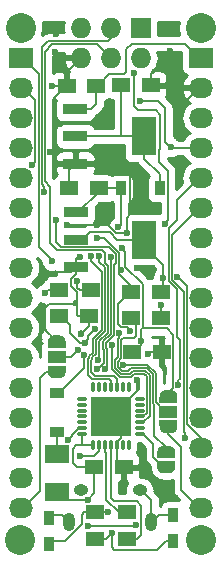
<source format=gbl>
G04 #@! TF.GenerationSoftware,KiCad,Pcbnew,5.1.0-rc2-unknown-6eb84e4~82~ubuntu16.04.1*
G04 #@! TF.CreationDate,2019-03-15T17:01:55+01:00*
G04 #@! TF.ProjectId,arduino_nanoPB,61726475-696e-46f5-9f6e-616e6f50422e,rev?*
G04 #@! TF.SameCoordinates,Original*
G04 #@! TF.FileFunction,Copper,L2,Bot*
G04 #@! TF.FilePolarity,Positive*
%FSLAX46Y46*%
G04 Gerber Fmt 4.6, Leading zero omitted, Abs format (unit mm)*
G04 Created by KiCad (PCBNEW 5.1.0-rc2-unknown-6eb84e4~82~ubuntu16.04.1) date 2019-03-15 17:01:55*
%MOMM*%
%LPD*%
G04 APERTURE LIST*
%ADD10R,1.675000X1.675000*%
%ADD11O,0.850000X0.300000*%
%ADD12O,0.300000X0.850000*%
%ADD13C,0.100000*%
%ADD14C,1.000000*%
%ADD15R,1.500000X0.500000*%
%ADD16R,1.500000X1.000000*%
%ADD17O,2.032000X1.727200*%
%ADD18R,2.032000X1.727200*%
%ADD19R,1.500000X1.250000*%
%ADD20C,2.540000*%
%ADD21R,1.220000X0.910000*%
%ADD22R,0.910000X1.220000*%
%ADD23R,2.030000X1.650000*%
%ADD24O,1.250000X0.950000*%
%ADD25O,1.000000X1.550000*%
%ADD26R,1.727200X1.727200*%
%ADD27O,1.727200X1.727200*%
%ADD28R,1.500000X1.300000*%
%ADD29R,0.900000X1.200000*%
%ADD30R,2.150000X0.950000*%
%ADD31R,2.150000X3.250000*%
%ADD32C,0.600000*%
%ADD33C,0.150000*%
%ADD34C,0.254000*%
G04 APERTURE END LIST*
D10*
X147904200Y-102437500D03*
X146229200Y-102437500D03*
X147904200Y-100762500D03*
X146229200Y-100762500D03*
D11*
X149516700Y-103100000D03*
X149516700Y-102600000D03*
X149516700Y-102100000D03*
X149516700Y-101600000D03*
X149516700Y-101100000D03*
X149516700Y-100600000D03*
X149516700Y-100100000D03*
D12*
X148566700Y-99150000D03*
X148066700Y-99150000D03*
X147566700Y-99150000D03*
X147066700Y-99150000D03*
X146566700Y-99150000D03*
X146066700Y-99150000D03*
X145566700Y-99150000D03*
D11*
X144616700Y-100100000D03*
X144616700Y-100600000D03*
X144616700Y-101100000D03*
X144616700Y-101600000D03*
X144616700Y-102100000D03*
X144616700Y-102600000D03*
X144616700Y-103100000D03*
D12*
X145566700Y-104050000D03*
X146066700Y-104050000D03*
X146566700Y-104050000D03*
X147066700Y-104050000D03*
X147566700Y-104050000D03*
X148066700Y-104050000D03*
X148566700Y-104050000D03*
D13*
G36*
X152241809Y-101996007D02*
G01*
X152290345Y-102003206D01*
X152337942Y-102015129D01*
X152384142Y-102031659D01*
X152428498Y-102052638D01*
X152470585Y-102077864D01*
X152509997Y-102107094D01*
X152546353Y-102140046D01*
X152579305Y-102176402D01*
X152608535Y-102215814D01*
X152633761Y-102257901D01*
X152654740Y-102302257D01*
X152671270Y-102348457D01*
X152683193Y-102396054D01*
X152690392Y-102444590D01*
X152692800Y-102493599D01*
X152692800Y-102493601D01*
X152690392Y-102542610D01*
X152683193Y-102591146D01*
X152671270Y-102638743D01*
X152654740Y-102684943D01*
X152633761Y-102729299D01*
X152608535Y-102771386D01*
X152579305Y-102810798D01*
X152546353Y-102847154D01*
X152509997Y-102880106D01*
X152470585Y-102909336D01*
X152428498Y-102934562D01*
X152384142Y-102955541D01*
X152337942Y-102972071D01*
X152290345Y-102983994D01*
X152241809Y-102991193D01*
X152192800Y-102993601D01*
X151692800Y-102993601D01*
X151643791Y-102991193D01*
X151595255Y-102983994D01*
X151547658Y-102972071D01*
X151501458Y-102955541D01*
X151457102Y-102934562D01*
X151415015Y-102909336D01*
X151375603Y-102880106D01*
X151339247Y-102847154D01*
X151306295Y-102810798D01*
X151277065Y-102771386D01*
X151251839Y-102729299D01*
X151230860Y-102684943D01*
X151214330Y-102638743D01*
X151202407Y-102591146D01*
X151195208Y-102542610D01*
X151192800Y-102493601D01*
X151192800Y-102493599D01*
X151195208Y-102444590D01*
X151202407Y-102396054D01*
X151214330Y-102348457D01*
X151230860Y-102302257D01*
X151251839Y-102257901D01*
X151277065Y-102215814D01*
X151306295Y-102176402D01*
X151339247Y-102140046D01*
X151375603Y-102107094D01*
X151415015Y-102077864D01*
X151457102Y-102052638D01*
X151501458Y-102031659D01*
X151547658Y-102015129D01*
X151595255Y-102003206D01*
X151643791Y-101996007D01*
X151692800Y-101993599D01*
X152192800Y-101993599D01*
X152241809Y-101996007D01*
X152241809Y-101996007D01*
G37*
D14*
X151942800Y-102493600D03*
D15*
X151942800Y-102193600D03*
D16*
X151942800Y-101193600D03*
D13*
G36*
X152241809Y-99396007D02*
G01*
X152290345Y-99403206D01*
X152337942Y-99415129D01*
X152384142Y-99431659D01*
X152428498Y-99452638D01*
X152470585Y-99477864D01*
X152509997Y-99507094D01*
X152546353Y-99540046D01*
X152579305Y-99576402D01*
X152608535Y-99615814D01*
X152633761Y-99657901D01*
X152654740Y-99702257D01*
X152671270Y-99748457D01*
X152683193Y-99796054D01*
X152690392Y-99844590D01*
X152692800Y-99893599D01*
X152692800Y-99893601D01*
X152690392Y-99942610D01*
X152683193Y-99991146D01*
X152671270Y-100038743D01*
X152654740Y-100084943D01*
X152633761Y-100129299D01*
X152608535Y-100171386D01*
X152579305Y-100210798D01*
X152546353Y-100247154D01*
X152509997Y-100280106D01*
X152470585Y-100309336D01*
X152428498Y-100334562D01*
X152384142Y-100355541D01*
X152337942Y-100372071D01*
X152290345Y-100383994D01*
X152241809Y-100391193D01*
X152192800Y-100393601D01*
X151692800Y-100393601D01*
X151643791Y-100391193D01*
X151595255Y-100383994D01*
X151547658Y-100372071D01*
X151501458Y-100355541D01*
X151457102Y-100334562D01*
X151415015Y-100309336D01*
X151375603Y-100280106D01*
X151339247Y-100247154D01*
X151306295Y-100210798D01*
X151277065Y-100171386D01*
X151251839Y-100129299D01*
X151230860Y-100084943D01*
X151214330Y-100038743D01*
X151202407Y-99991146D01*
X151195208Y-99942610D01*
X151192800Y-99893601D01*
X151192800Y-99893599D01*
X151195208Y-99844590D01*
X151202407Y-99796054D01*
X151214330Y-99748457D01*
X151230860Y-99702257D01*
X151251839Y-99657901D01*
X151277065Y-99615814D01*
X151306295Y-99576402D01*
X151339247Y-99540046D01*
X151375603Y-99507094D01*
X151415015Y-99477864D01*
X151457102Y-99452638D01*
X151501458Y-99431659D01*
X151547658Y-99415129D01*
X151595255Y-99403206D01*
X151643791Y-99396007D01*
X151692800Y-99393599D01*
X152192800Y-99393599D01*
X152241809Y-99396007D01*
X152241809Y-99396007D01*
G37*
D14*
X151942800Y-99893600D03*
D15*
X151942800Y-100193600D03*
D17*
X154686000Y-109347000D03*
X154686000Y-106807000D03*
X154686000Y-104267000D03*
X154686000Y-101727000D03*
X154686000Y-99187000D03*
X154686000Y-96647000D03*
X154686000Y-94107000D03*
X154686000Y-91567000D03*
X154686000Y-89027000D03*
X154686000Y-86487000D03*
X154686000Y-83947000D03*
X154686000Y-81407000D03*
X154686000Y-78867000D03*
X154686000Y-76327000D03*
X154686000Y-73787000D03*
D18*
X154686000Y-71247000D03*
D19*
X151389400Y-96151700D03*
X148889400Y-96151700D03*
D17*
X139446000Y-109347000D03*
X139446000Y-106807000D03*
X139446000Y-104267000D03*
X139446000Y-101727000D03*
X139446000Y-99187000D03*
X139446000Y-96647000D03*
X139446000Y-94107000D03*
X139446000Y-91567000D03*
X139446000Y-89027000D03*
X139446000Y-86487000D03*
X139446000Y-83947000D03*
X139446000Y-81407000D03*
X139446000Y-78867000D03*
X139446000Y-76327000D03*
X139446000Y-73787000D03*
D18*
X139446000Y-71247000D03*
D20*
X139446000Y-68707000D03*
X139400000Y-112100000D03*
X154700000Y-112100000D03*
X154686000Y-68707000D03*
D19*
X146035080Y-82290920D03*
X143535080Y-82290920D03*
X143332200Y-73599040D03*
X145832200Y-73599040D03*
X151303040Y-93243400D03*
X148803040Y-93243400D03*
X147944200Y-73543160D03*
X150444200Y-73543160D03*
X142696560Y-93111320D03*
X145196560Y-93111320D03*
X148793200Y-91104720D03*
X151293200Y-91104720D03*
D21*
X142519400Y-99609400D03*
X142519400Y-102879400D03*
D22*
X147925280Y-82301080D03*
X151195280Y-82301080D03*
D23*
X142494000Y-107975520D03*
X142494000Y-104815520D03*
D24*
X144499100Y-107837460D03*
X149499100Y-107837460D03*
D25*
X143499100Y-110537460D03*
X150499100Y-110537460D03*
D15*
X142481300Y-95545400D03*
D13*
G36*
X142780309Y-94747807D02*
G01*
X142828845Y-94755006D01*
X142876442Y-94766929D01*
X142922642Y-94783459D01*
X142966998Y-94804438D01*
X143009085Y-94829664D01*
X143048497Y-94858894D01*
X143084853Y-94891846D01*
X143117805Y-94928202D01*
X143147035Y-94967614D01*
X143172261Y-95009701D01*
X143193240Y-95054057D01*
X143209770Y-95100257D01*
X143221693Y-95147854D01*
X143228892Y-95196390D01*
X143231300Y-95245399D01*
X143231300Y-95245401D01*
X143228892Y-95294410D01*
X143221693Y-95342946D01*
X143209770Y-95390543D01*
X143193240Y-95436743D01*
X143172261Y-95481099D01*
X143147035Y-95523186D01*
X143117805Y-95562598D01*
X143084853Y-95598954D01*
X143048497Y-95631906D01*
X143009085Y-95661136D01*
X142966998Y-95686362D01*
X142922642Y-95707341D01*
X142876442Y-95723871D01*
X142828845Y-95735794D01*
X142780309Y-95742993D01*
X142731300Y-95745401D01*
X142231300Y-95745401D01*
X142182291Y-95742993D01*
X142133755Y-95735794D01*
X142086158Y-95723871D01*
X142039958Y-95707341D01*
X141995602Y-95686362D01*
X141953515Y-95661136D01*
X141914103Y-95631906D01*
X141877747Y-95598954D01*
X141844795Y-95562598D01*
X141815565Y-95523186D01*
X141790339Y-95481099D01*
X141769360Y-95436743D01*
X141752830Y-95390543D01*
X141740907Y-95342946D01*
X141733708Y-95294410D01*
X141731300Y-95245401D01*
X141731300Y-95245399D01*
X141733708Y-95196390D01*
X141740907Y-95147854D01*
X141752830Y-95100257D01*
X141769360Y-95054057D01*
X141790339Y-95009701D01*
X141815565Y-94967614D01*
X141844795Y-94928202D01*
X141877747Y-94891846D01*
X141914103Y-94858894D01*
X141953515Y-94829664D01*
X141995602Y-94804438D01*
X142039958Y-94783459D01*
X142086158Y-94766929D01*
X142133755Y-94755006D01*
X142182291Y-94747807D01*
X142231300Y-94745399D01*
X142731300Y-94745399D01*
X142780309Y-94747807D01*
X142780309Y-94747807D01*
G37*
D14*
X142481300Y-95245400D03*
D16*
X142481300Y-96545400D03*
D15*
X142481300Y-97545400D03*
D13*
G36*
X142780309Y-97347807D02*
G01*
X142828845Y-97355006D01*
X142876442Y-97366929D01*
X142922642Y-97383459D01*
X142966998Y-97404438D01*
X143009085Y-97429664D01*
X143048497Y-97458894D01*
X143084853Y-97491846D01*
X143117805Y-97528202D01*
X143147035Y-97567614D01*
X143172261Y-97609701D01*
X143193240Y-97654057D01*
X143209770Y-97700257D01*
X143221693Y-97747854D01*
X143228892Y-97796390D01*
X143231300Y-97845399D01*
X143231300Y-97845401D01*
X143228892Y-97894410D01*
X143221693Y-97942946D01*
X143209770Y-97990543D01*
X143193240Y-98036743D01*
X143172261Y-98081099D01*
X143147035Y-98123186D01*
X143117805Y-98162598D01*
X143084853Y-98198954D01*
X143048497Y-98231906D01*
X143009085Y-98261136D01*
X142966998Y-98286362D01*
X142922642Y-98307341D01*
X142876442Y-98323871D01*
X142828845Y-98335794D01*
X142780309Y-98342993D01*
X142731300Y-98345401D01*
X142231300Y-98345401D01*
X142182291Y-98342993D01*
X142133755Y-98335794D01*
X142086158Y-98323871D01*
X142039958Y-98307341D01*
X141995602Y-98286362D01*
X141953515Y-98261136D01*
X141914103Y-98231906D01*
X141877747Y-98198954D01*
X141844795Y-98162598D01*
X141815565Y-98123186D01*
X141790339Y-98081099D01*
X141769360Y-98036743D01*
X141752830Y-97990543D01*
X141740907Y-97942946D01*
X141733708Y-97894410D01*
X141731300Y-97845401D01*
X141731300Y-97845399D01*
X141733708Y-97796390D01*
X141740907Y-97747854D01*
X141752830Y-97700257D01*
X141769360Y-97654057D01*
X141790339Y-97609701D01*
X141815565Y-97567614D01*
X141844795Y-97528202D01*
X141877747Y-97491846D01*
X141914103Y-97458894D01*
X141953515Y-97429664D01*
X141995602Y-97404438D01*
X142039958Y-97383459D01*
X142086158Y-97366929D01*
X142133755Y-97355006D01*
X142182291Y-97347807D01*
X142231300Y-97345399D01*
X142731300Y-97345399D01*
X142780309Y-97347807D01*
X142780309Y-97347807D01*
G37*
D14*
X142481300Y-97845400D03*
D26*
X149600000Y-68700000D03*
D27*
X149600000Y-71240000D03*
X147060000Y-68700000D03*
X147060000Y-71240000D03*
X144520000Y-68700000D03*
X144520000Y-71240000D03*
D28*
X145716000Y-109728000D03*
X148416000Y-109728000D03*
X148416000Y-111937800D03*
X145716000Y-111937800D03*
D29*
X141859000Y-110218040D03*
X141859000Y-112418040D03*
X152323800Y-112123400D03*
X152323800Y-109923400D03*
D30*
X144064400Y-75589100D03*
X144064400Y-77889100D03*
X144064400Y-80189100D03*
D31*
X149864400Y-77889100D03*
X149889800Y-86626700D03*
D30*
X144089800Y-88926700D03*
X144089800Y-86626700D03*
X144089800Y-84326700D03*
D28*
X145368000Y-90932000D03*
X142668000Y-90932000D03*
D13*
G36*
X152051309Y-105395007D02*
G01*
X152099845Y-105402206D01*
X152147442Y-105414129D01*
X152193642Y-105430659D01*
X152237998Y-105451638D01*
X152280085Y-105476864D01*
X152319497Y-105506094D01*
X152355853Y-105539046D01*
X152388805Y-105575402D01*
X152418035Y-105614814D01*
X152443261Y-105656901D01*
X152464240Y-105701257D01*
X152480770Y-105747457D01*
X152492693Y-105795054D01*
X152499892Y-105843590D01*
X152502300Y-105892599D01*
X152502300Y-105892601D01*
X152499892Y-105941610D01*
X152492693Y-105990146D01*
X152480770Y-106037743D01*
X152464240Y-106083943D01*
X152443261Y-106128299D01*
X152418035Y-106170386D01*
X152388805Y-106209798D01*
X152355853Y-106246154D01*
X152319497Y-106279106D01*
X152280085Y-106308336D01*
X152237998Y-106333562D01*
X152193642Y-106354541D01*
X152147442Y-106371071D01*
X152099845Y-106382994D01*
X152051309Y-106390193D01*
X152002300Y-106392601D01*
X151502300Y-106392601D01*
X151453291Y-106390193D01*
X151404755Y-106382994D01*
X151357158Y-106371071D01*
X151310958Y-106354541D01*
X151266602Y-106333562D01*
X151224515Y-106308336D01*
X151185103Y-106279106D01*
X151148747Y-106246154D01*
X151115795Y-106209798D01*
X151086565Y-106170386D01*
X151061339Y-106128299D01*
X151040360Y-106083943D01*
X151023830Y-106037743D01*
X151011907Y-105990146D01*
X151004708Y-105941610D01*
X151002300Y-105892601D01*
X151002300Y-105892599D01*
X151004708Y-105843590D01*
X151011907Y-105795054D01*
X151023830Y-105747457D01*
X151040360Y-105701257D01*
X151061339Y-105656901D01*
X151086565Y-105614814D01*
X151115795Y-105575402D01*
X151148747Y-105539046D01*
X151185103Y-105506094D01*
X151224515Y-105476864D01*
X151266602Y-105451638D01*
X151310958Y-105430659D01*
X151357158Y-105414129D01*
X151404755Y-105402206D01*
X151453291Y-105395007D01*
X151502300Y-105392599D01*
X152002300Y-105392599D01*
X152051309Y-105395007D01*
X152051309Y-105395007D01*
G37*
D14*
X151752300Y-105892600D03*
D13*
G36*
X152051309Y-104095007D02*
G01*
X152099845Y-104102206D01*
X152147442Y-104114129D01*
X152193642Y-104130659D01*
X152237998Y-104151638D01*
X152280085Y-104176864D01*
X152319497Y-104206094D01*
X152355853Y-104239046D01*
X152388805Y-104275402D01*
X152418035Y-104314814D01*
X152443261Y-104356901D01*
X152464240Y-104401257D01*
X152480770Y-104447457D01*
X152492693Y-104495054D01*
X152499892Y-104543590D01*
X152502300Y-104592599D01*
X152502300Y-104592601D01*
X152499892Y-104641610D01*
X152492693Y-104690146D01*
X152480770Y-104737743D01*
X152464240Y-104783943D01*
X152443261Y-104828299D01*
X152418035Y-104870386D01*
X152388805Y-104909798D01*
X152355853Y-104946154D01*
X152319497Y-104979106D01*
X152280085Y-105008336D01*
X152237998Y-105033562D01*
X152193642Y-105054541D01*
X152147442Y-105071071D01*
X152099845Y-105082994D01*
X152051309Y-105090193D01*
X152002300Y-105092601D01*
X151502300Y-105092601D01*
X151453291Y-105090193D01*
X151404755Y-105082994D01*
X151357158Y-105071071D01*
X151310958Y-105054541D01*
X151266602Y-105033562D01*
X151224515Y-105008336D01*
X151185103Y-104979106D01*
X151148747Y-104946154D01*
X151115795Y-104909798D01*
X151086565Y-104870386D01*
X151061339Y-104828299D01*
X151040360Y-104783943D01*
X151023830Y-104737743D01*
X151011907Y-104690146D01*
X151004708Y-104641610D01*
X151002300Y-104592601D01*
X151002300Y-104592599D01*
X151004708Y-104543590D01*
X151011907Y-104495054D01*
X151023830Y-104447457D01*
X151040360Y-104401257D01*
X151061339Y-104356901D01*
X151086565Y-104314814D01*
X151115795Y-104275402D01*
X151148747Y-104239046D01*
X151185103Y-104206094D01*
X151224515Y-104176864D01*
X151266602Y-104151638D01*
X151310958Y-104130659D01*
X151357158Y-104114129D01*
X151404755Y-104102206D01*
X151453291Y-104095007D01*
X151502300Y-104092599D01*
X152002300Y-104092599D01*
X152051309Y-104095007D01*
X152051309Y-104095007D01*
G37*
D14*
X151752300Y-104592600D03*
D15*
X151752300Y-104842600D03*
X151752300Y-105642600D03*
D19*
X148163600Y-105892600D03*
X145663600Y-105892600D03*
D32*
X142094616Y-88435782D03*
X147137533Y-95575533D03*
X140360400Y-80327464D03*
X147774242Y-94497681D03*
X151292511Y-92129722D03*
X142760700Y-76837588D03*
X143357600Y-85420200D03*
X141946156Y-79181903D03*
X142125700Y-73621900D03*
X142367000Y-70739000D03*
X142430500Y-69215000D03*
X151955500Y-68834000D03*
X141478000Y-89916000D03*
X152082500Y-70629810D03*
X145897602Y-86512400D03*
X145897600Y-85394800D03*
X148414774Y-86106000D03*
X147904200Y-89230200D03*
X149301200Y-89001600D03*
X144449800Y-88061800D03*
X148713917Y-94371452D03*
X144569984Y-94597126D03*
X150213289Y-96331811D03*
X150066376Y-106175174D03*
X149250400Y-98513900D03*
X152806400Y-78054200D03*
X152781000Y-79806800D03*
X152781000Y-75996800D03*
X148006019Y-87344852D03*
X147715198Y-85573706D03*
X144868900Y-95377000D03*
X144787014Y-96420974D03*
X145759200Y-94164823D03*
X149651999Y-95178601D03*
X149504400Y-74904600D03*
X152196800Y-78816200D03*
X152769965Y-98958400D03*
X153339800Y-103466900D03*
X141447490Y-82613500D03*
X142448310Y-84975700D03*
X146608800Y-97624900D03*
X145981390Y-96825564D03*
X147050811Y-88117982D03*
X151612600Y-85267800D03*
X145878129Y-97548344D03*
X148996400Y-72542400D03*
X144437100Y-104940100D03*
X141512020Y-91186000D03*
X152704800Y-89789000D03*
X151504777Y-89840667D03*
X145097500Y-108648500D03*
X146862800Y-109651800D03*
X147129500Y-111506000D03*
X145097500Y-110871000D03*
X149161500Y-110807500D03*
X144268219Y-95951008D03*
X148107400Y-97205800D03*
X144243279Y-90144317D03*
X145399811Y-88001713D03*
X146100800Y-87985600D03*
X143471900Y-103590518D03*
D33*
X141794617Y-88135783D02*
X142094616Y-88435782D01*
X139446000Y-71247000D02*
X139598400Y-71247000D01*
X139598400Y-71247000D02*
X140952578Y-72601178D01*
X140952578Y-87293744D02*
X141794617Y-88135783D01*
X140952578Y-72601178D02*
X140952578Y-87293744D01*
X147137533Y-95999797D02*
X147137533Y-95575533D01*
X147132377Y-96004953D02*
X147137533Y-95999797D01*
X147132377Y-97615515D02*
X147132377Y-96004953D01*
X149898100Y-97993200D02*
X149045166Y-97993200D01*
X147802162Y-98285300D02*
X147132377Y-97615515D01*
X149045166Y-97993200D02*
X148753066Y-98285300D01*
X150116708Y-98211808D02*
X149898100Y-97993200D01*
X149791700Y-101600000D02*
X150116708Y-101274992D01*
X149516700Y-101600000D02*
X149791700Y-101600000D01*
X150116708Y-101274992D02*
X150116708Y-98211808D01*
X148753066Y-98285300D02*
X147802162Y-98285300D01*
X140660399Y-74848999D02*
X140660399Y-80027465D01*
X139446000Y-73787000D02*
X139598400Y-73787000D01*
X140660399Y-80027465D02*
X140360400Y-80327464D01*
X139598400Y-73787000D02*
X140660399Y-74848999D01*
X148941609Y-97743189D02*
X150001657Y-97743189D01*
X150366719Y-101524981D02*
X149791700Y-102100000D01*
X150366719Y-98108251D02*
X150366719Y-101524981D01*
X147382388Y-97511958D02*
X147905719Y-98035289D01*
X147382388Y-96848842D02*
X147382388Y-97511958D01*
X147641489Y-96589741D02*
X147382388Y-96848842D01*
X149791700Y-102100000D02*
X149516700Y-102100000D01*
X147641489Y-95054698D02*
X147641489Y-96589741D01*
X147774242Y-94497681D02*
X147774242Y-94921945D01*
X147905719Y-98035289D02*
X148649509Y-98035289D01*
X147774242Y-94921945D02*
X147641489Y-95054698D01*
X150001657Y-97743189D02*
X150366719Y-98108251D01*
X148649509Y-98035289D02*
X148941609Y-97743189D01*
X151303040Y-93243400D02*
X151303040Y-92140251D01*
X151303040Y-92140251D02*
X151292511Y-92129722D01*
X143535080Y-80718420D02*
X144064400Y-80189100D01*
X143535080Y-82290920D02*
X143535080Y-80718420D01*
X142370420Y-79181903D02*
X142482123Y-79070200D01*
X141946156Y-79181903D02*
X142370420Y-79181903D01*
X142482123Y-79070200D02*
X143941800Y-79070200D01*
X144064400Y-79192800D02*
X144064400Y-80189100D01*
X143941800Y-79070200D02*
X144064400Y-79192800D01*
X142265400Y-80189100D02*
X144064400Y-80189100D01*
X142265400Y-77332888D02*
X142265400Y-80189100D01*
X142760700Y-76837588D02*
X142265400Y-77332888D01*
X142163800Y-74767440D02*
X143332200Y-73599040D01*
X142163800Y-76240688D02*
X142163800Y-74767440D01*
X142760700Y-76837588D02*
X142163800Y-76240688D01*
X143332200Y-73599040D02*
X142148560Y-73599040D01*
X142148560Y-73599040D02*
X142125700Y-73621900D01*
X144520000Y-71240000D02*
X142691500Y-71240000D01*
X142367000Y-70915500D02*
X142367000Y-70739000D01*
X142691500Y-71240000D02*
X142367000Y-70915500D01*
X142430500Y-69215000D02*
X142430500Y-68643500D01*
X142666720Y-95260640D02*
X142829885Y-95097475D01*
X143332200Y-72427800D02*
X144520000Y-71240000D01*
X143332200Y-73599040D02*
X143332200Y-72427800D01*
X151782501Y-70929809D02*
X152082500Y-70629810D01*
X151782501Y-71229499D02*
X151782501Y-70929809D01*
X150444200Y-72567800D02*
X151782501Y-71229499D01*
X150444200Y-73543160D02*
X150444200Y-72567800D01*
X144162240Y-92977000D02*
X144162240Y-92100400D01*
X145196560Y-93111320D02*
X144296560Y-93111320D01*
X144296560Y-93111320D02*
X144162240Y-92977000D01*
X144162240Y-92100400D02*
X141833600Y-92100400D01*
X141833600Y-92100400D02*
X141478000Y-92456000D01*
X143662400Y-90576400D02*
X144162240Y-91076240D01*
X144162240Y-91643200D02*
X144162240Y-92100400D01*
X143662400Y-89979100D02*
X143662400Y-90576400D01*
X144089800Y-89551700D02*
X143662400Y-89979100D01*
X144162240Y-91076240D02*
X144162240Y-91643200D01*
X144089800Y-88926700D02*
X144089800Y-89551700D01*
X146321864Y-85394800D02*
X145897600Y-85394800D01*
X146501801Y-86512400D02*
X146321866Y-86512400D01*
X147775824Y-87786423D02*
X146501801Y-86512400D01*
X147775824Y-89508224D02*
X147775824Y-87786423D01*
X148793200Y-90525600D02*
X147775824Y-89508224D01*
X148793200Y-91104720D02*
X148793200Y-90525600D01*
X146321866Y-86512400D02*
X145897602Y-86512400D01*
X143357600Y-85420200D02*
X146845598Y-85420200D01*
X147531398Y-86106000D02*
X147990510Y-86106000D01*
X148714787Y-80439587D02*
X148714787Y-84492737D01*
X148414774Y-85681736D02*
X148414774Y-86106000D01*
X146845598Y-85420200D02*
X147531398Y-86106000D01*
X148714787Y-84492737D02*
X148414774Y-84792750D01*
X144064400Y-80189100D02*
X148464300Y-80189100D01*
X148464300Y-80189100D02*
X148714787Y-80439587D01*
X147990510Y-86106000D02*
X148414774Y-86106000D01*
X148414774Y-84792750D02*
X148414774Y-85681736D01*
X147775824Y-89358576D02*
X147904200Y-89230200D01*
X147775824Y-89508224D02*
X147775824Y-89358576D01*
X142036800Y-89357200D02*
X141777999Y-89616001D01*
X143659300Y-89357200D02*
X142036800Y-89357200D01*
X141777999Y-89616001D02*
X141478000Y-89916000D01*
X144089800Y-88926700D02*
X143659300Y-89357200D01*
X144329700Y-88061800D02*
X144449800Y-88061800D01*
X144089800Y-88926700D02*
X144089800Y-88301700D01*
X144089800Y-88301700D02*
X144329700Y-88061800D01*
X147655580Y-93785942D02*
X147913039Y-94043401D01*
X148385866Y-94043401D02*
X148413918Y-94071453D01*
X148668200Y-91104720D02*
X147655580Y-92117340D01*
X148793200Y-91104720D02*
X148668200Y-91104720D01*
X148413918Y-94071453D02*
X148713917Y-94371452D01*
X147913039Y-94043401D02*
X148385866Y-94043401D01*
X147655580Y-92117340D02*
X147655580Y-93785942D01*
X144869983Y-94297127D02*
X144569984Y-94597126D01*
X145196560Y-93970550D02*
X144869983Y-94297127D01*
X145196560Y-93111320D02*
X145196560Y-93970550D01*
X151389400Y-96151700D02*
X150393400Y-96151700D01*
X150393400Y-96151700D02*
X150213289Y-96331811D01*
X147566700Y-103775000D02*
X147566700Y-104050000D01*
X147904200Y-103437500D02*
X147566700Y-103775000D01*
X147904200Y-102437500D02*
X147904200Y-103437500D01*
X147566700Y-105295700D02*
X148163600Y-105892600D01*
X147566700Y-104050000D02*
X147566700Y-105295700D01*
X149783802Y-105892600D02*
X150066376Y-106175174D01*
X148163600Y-105892600D02*
X149783802Y-105892600D01*
X141478000Y-94242100D02*
X141478000Y-94043500D01*
X142481300Y-95245400D02*
X141478000Y-94242100D01*
X141478000Y-92456000D02*
X141478000Y-94043500D01*
X147904200Y-100762500D02*
X147904200Y-100761800D01*
X147904200Y-100761800D02*
X147904200Y-102648067D01*
X149250400Y-99416300D02*
X147904200Y-100762500D01*
X149250400Y-98513900D02*
X149250400Y-99416300D01*
X152806400Y-76022200D02*
X152781000Y-75996800D01*
X152806400Y-78054200D02*
X152806400Y-76022200D01*
X154686000Y-73787000D02*
X154533600Y-73787000D01*
X152781000Y-75539600D02*
X152781000Y-75572536D01*
X154533600Y-73787000D02*
X152781000Y-75539600D01*
X152781000Y-75572536D02*
X152781000Y-75996800D01*
X145832200Y-75185900D02*
X145832200Y-73599040D01*
X145429000Y-75589100D02*
X145832200Y-75185900D01*
X144064400Y-75589100D02*
X145429000Y-75589100D01*
X148386800Y-72440800D02*
X148183600Y-72644000D01*
X145957200Y-73599040D02*
X145832200Y-73599040D01*
X148386800Y-70485000D02*
X148386800Y-72440800D01*
X154686000Y-71247000D02*
X154533600Y-71247000D01*
X148183600Y-72644000D02*
X146912240Y-72644000D01*
X154533600Y-71247000D02*
X153314400Y-70027800D01*
X153314400Y-70027800D02*
X148844000Y-70027800D01*
X146912240Y-72644000D02*
X145957200Y-73599040D01*
X148844000Y-70027800D02*
X148386800Y-70485000D01*
X147915120Y-82290920D02*
X147925280Y-82301080D01*
X146035080Y-82290920D02*
X147915120Y-82290920D01*
X144319020Y-84326700D02*
X146035080Y-82610640D01*
X146035080Y-82610640D02*
X146035080Y-82290920D01*
X144089800Y-84326700D02*
X144319020Y-84326700D01*
X152349200Y-94691200D02*
X151790400Y-94132400D01*
X151790400Y-94132400D02*
X150077841Y-94132400D01*
X150077841Y-94132400D02*
X149823841Y-94132400D01*
X149823841Y-94132400D02*
X149773041Y-94081600D01*
X148306018Y-88920818D02*
X148306018Y-87644851D01*
X149773041Y-90387841D02*
X148306018Y-88920818D01*
X148306018Y-87644851D02*
X148006019Y-87344852D01*
X149773041Y-94081600D02*
X149773041Y-90387841D01*
X147925280Y-82301080D02*
X147925280Y-85363624D01*
X147925280Y-85363624D02*
X147715198Y-85573706D01*
X152294964Y-98225236D02*
X152349200Y-98171000D01*
X152294964Y-99186401D02*
X152294964Y-98225236D01*
X151942800Y-99538565D02*
X152294964Y-99186401D01*
X151942800Y-99893600D02*
X151942800Y-99538565D01*
X152349200Y-98171000D02*
X152349200Y-94691200D01*
X143596560Y-93886320D02*
X143596560Y-94528924D01*
X143596560Y-94528924D02*
X144444636Y-95377000D01*
X144444636Y-95377000D02*
X144868900Y-95377000D01*
X142696560Y-93111320D02*
X142821560Y-93111320D01*
X142821560Y-93111320D02*
X143596560Y-93886320D01*
X144787014Y-97496786D02*
X144787014Y-96845238D01*
X142674400Y-99609400D02*
X144787014Y-97496786D01*
X144787014Y-96845238D02*
X144787014Y-96420974D01*
X142519400Y-99609400D02*
X142674400Y-99609400D01*
X145168899Y-95077001D02*
X145168899Y-94755124D01*
X144868900Y-95377000D02*
X145168899Y-95077001D01*
X145168899Y-94755124D02*
X145759200Y-94164823D01*
X149773041Y-94081600D02*
X149651999Y-94202642D01*
X149014400Y-96151700D02*
X149651999Y-95514101D01*
X148889400Y-96151700D02*
X149014400Y-96151700D01*
X149651999Y-94202642D02*
X149651999Y-95080099D01*
X149651999Y-95514101D02*
X149651999Y-95178601D01*
X149651999Y-95178601D02*
X149651999Y-95080099D01*
X154686000Y-78867000D02*
X152247600Y-78867000D01*
X152247600Y-78867000D02*
X152196800Y-78816200D01*
X152095200Y-78816200D02*
X152196800Y-78816200D01*
X149504400Y-74904600D02*
X151079200Y-74904600D01*
X151663400Y-78384400D02*
X152095200Y-78816200D01*
X151079200Y-74904600D02*
X151663400Y-75488800D01*
X151663400Y-75488800D02*
X151663400Y-78384400D01*
X151979787Y-90120559D02*
X151979787Y-85688013D01*
X152704800Y-90845572D02*
X151979787Y-90120559D01*
X152769965Y-98534136D02*
X152908000Y-98396101D01*
X152908000Y-98396101D02*
X152908000Y-95097600D01*
X151979787Y-85688013D02*
X152704800Y-84963000D01*
X152704800Y-83235800D02*
X154533600Y-81407000D01*
X152908000Y-95097600D02*
X152704800Y-94894400D01*
X152769965Y-98958400D02*
X152769965Y-98534136D01*
X152704800Y-84963000D02*
X152704800Y-83235800D01*
X154533600Y-81407000D02*
X154686000Y-81407000D01*
X152704800Y-94894400D02*
X152704800Y-90845572D01*
X152229798Y-90017002D02*
X153244979Y-91032183D01*
X152229798Y-86250802D02*
X152229798Y-90017002D01*
X154533600Y-83947000D02*
X152229798Y-86250802D01*
X154686000Y-83947000D02*
X154533600Y-83947000D01*
X153244979Y-91032183D02*
X153244979Y-102947815D01*
X153244979Y-102947815D02*
X153339800Y-103042636D01*
X153339800Y-103042636D02*
X153339800Y-103466900D01*
X141202589Y-70352898D02*
X141202589Y-81944335D01*
X147060000Y-68700000D02*
X147060000Y-69551200D01*
X141447490Y-82189236D02*
X141447490Y-82613500D01*
X147060000Y-69551200D02*
X146812000Y-69799200D01*
X141202589Y-81944335D02*
X141447490Y-82189236D01*
X141756287Y-69799200D02*
X141202589Y-70352898D01*
X146812000Y-69799200D02*
X141756287Y-69799200D01*
X146662531Y-95347531D02*
X146662531Y-95828935D01*
X146730698Y-97503002D02*
X146608800Y-97624900D01*
X147525813Y-88587585D02*
X147293045Y-88820353D01*
X146662531Y-95828935D02*
X146730698Y-95897102D01*
X142874800Y-87276701D02*
X145702329Y-87276701D01*
X145718442Y-87260588D02*
X146896421Y-87260588D01*
X147293045Y-94717017D02*
X146662531Y-95347531D01*
X145702329Y-87276701D02*
X145718442Y-87260588D01*
X146730698Y-95897102D02*
X146730698Y-97503002D01*
X147525813Y-87889980D02*
X147525813Y-88587585D01*
X147293045Y-88820353D02*
X147293045Y-94717017D01*
X142448310Y-84975700D02*
X142448310Y-86850211D01*
X142448310Y-86850211D02*
X142874800Y-87276701D01*
X146896421Y-87260588D02*
X147525813Y-87889980D01*
X141452599Y-81699099D02*
X141922500Y-82169000D01*
X145018320Y-87526709D02*
X145805889Y-87526709D01*
X146575801Y-87757599D02*
X146575801Y-88624058D01*
X142113000Y-70104000D02*
X141452599Y-70764401D01*
X146088100Y-96718854D02*
X145981390Y-96825564D01*
X146793023Y-94509903D02*
X146088100Y-95214826D01*
X146575801Y-88624058D02*
X146793023Y-88841280D01*
X145018317Y-87526712D02*
X145018320Y-87526709D01*
X146793023Y-88841280D02*
X146793023Y-94509903D01*
X146088100Y-95214826D02*
X146088100Y-96718854D01*
X147060000Y-71240000D02*
X145924000Y-70104000D01*
X142543112Y-87526712D02*
X145018317Y-87526712D01*
X145924000Y-70104000D02*
X142113000Y-70104000D01*
X141922500Y-86906100D02*
X142543112Y-87526712D01*
X141452599Y-70764401D02*
X141452599Y-81699099D01*
X145821999Y-87510599D02*
X146328801Y-87510599D01*
X145805889Y-87526709D02*
X145821999Y-87510599D01*
X146328801Y-87510599D02*
X146575801Y-87757599D01*
X141922500Y-82169000D02*
X141922500Y-86906100D01*
X146456400Y-97081873D02*
X145989929Y-97548344D01*
X146456400Y-95976372D02*
X146456400Y-97081873D01*
X147043034Y-94613460D02*
X146412520Y-95243974D01*
X147043034Y-88550023D02*
X147043034Y-94613460D01*
X147050811Y-88117982D02*
X147050811Y-88542246D01*
X146412520Y-95932492D02*
X146456400Y-95976372D01*
X145989929Y-97548344D02*
X145878129Y-97548344D01*
X146412520Y-95243974D02*
X146412520Y-95932492D01*
X147050811Y-88542246D02*
X147043034Y-88550023D01*
X151912599Y-84967801D02*
X151612600Y-85267800D01*
X151912599Y-80835201D02*
X151912599Y-84967801D01*
X151162998Y-80085600D02*
X151912599Y-80835201D01*
X151231600Y-76047600D02*
X151231600Y-78976796D01*
X151231600Y-78976796D02*
X151162998Y-79045398D01*
X148996400Y-75311000D02*
X149352000Y-75666600D01*
X151162998Y-79045398D02*
X151162998Y-80085600D01*
X149352000Y-75666600D02*
X150850600Y-75666600D01*
X148996400Y-72542400D02*
X148996400Y-75311000D01*
X150850600Y-75666600D02*
X151231600Y-76047600D01*
X145411233Y-104940100D02*
X144437100Y-104940100D01*
X146066700Y-104537300D02*
X145663900Y-104940100D01*
X145663900Y-104940100D02*
X145411233Y-104940100D01*
X146066700Y-104050000D02*
X146066700Y-104537300D01*
X141766020Y-90932000D02*
X141512020Y-91186000D01*
X142668000Y-90932000D02*
X141766020Y-90932000D01*
X151292560Y-104198280D02*
X151292560Y-104598280D01*
X147632399Y-96952399D02*
X147632399Y-97408401D01*
X149188919Y-93629279D02*
X149188919Y-94793253D01*
X149016686Y-94965486D02*
X148087114Y-94965486D01*
X148518522Y-97785278D02*
X148810622Y-97493178D01*
X150616730Y-98004694D02*
X150616730Y-100481194D01*
X151726900Y-104231300D02*
X151726900Y-104631300D01*
X148087114Y-94965486D02*
X147891500Y-95161100D01*
X147891500Y-95161100D02*
X147891500Y-96693298D01*
X150616730Y-100481194D02*
X150757601Y-100622065D01*
X148810622Y-97493178D02*
X150105214Y-97493178D01*
X148803040Y-93243400D02*
X149188919Y-93629279D01*
X147891500Y-96693298D02*
X147632399Y-96952399D01*
X150757601Y-100622065D02*
X150757601Y-103267799D01*
X148009276Y-97785278D02*
X148518522Y-97785278D01*
X150763399Y-103267799D02*
X151726900Y-104231300D01*
X149188919Y-94793253D02*
X149016686Y-94965486D01*
X150757601Y-103267799D02*
X150763399Y-103267799D01*
X150105214Y-97493178D02*
X150616730Y-98004694D01*
X147632399Y-97408401D02*
X148009276Y-97785278D01*
X151195280Y-81094980D02*
X151195280Y-81589880D01*
X149864400Y-79764100D02*
X151195280Y-81094980D01*
X149864400Y-77889100D02*
X149864400Y-79764100D01*
X151195280Y-82301080D02*
X151195280Y-81589880D01*
X147944200Y-73543160D02*
X147944200Y-75526900D01*
X147944200Y-77887200D02*
X147942300Y-77889100D01*
X147944200Y-77025500D02*
X147944200Y-77887200D01*
X147944200Y-77025500D02*
X147944200Y-75526900D01*
X144064400Y-77889100D02*
X147942300Y-77889100D01*
X147942300Y-77889100D02*
X149864400Y-77889100D01*
X151114800Y-90764400D02*
X151846001Y-91495601D01*
X151455120Y-91104720D02*
X151846001Y-91495601D01*
X151293200Y-91104720D02*
X151455120Y-91104720D01*
X148664800Y-86626700D02*
X149889800Y-86626700D01*
X145329902Y-85986598D02*
X146956828Y-85986598D01*
X148659698Y-86631802D02*
X148664800Y-86626700D01*
X147602032Y-86631802D02*
X148659698Y-86631802D01*
X146956828Y-85986598D02*
X147602032Y-86631802D01*
X144689800Y-86626700D02*
X145329902Y-85986598D01*
X144089800Y-86626700D02*
X144689800Y-86626700D01*
X149889800Y-86626700D02*
X149889800Y-87176700D01*
X151504777Y-90264931D02*
X151504777Y-89840667D01*
X151846001Y-91495601D02*
X151504777Y-91154377D01*
X149889800Y-87176700D02*
X151504777Y-88791677D01*
X151504777Y-91154377D02*
X151504777Y-90264931D01*
X151504777Y-89416403D02*
X151504777Y-89840667D01*
X151504777Y-88791677D02*
X151504777Y-89416403D01*
X154686000Y-104267000D02*
X154686000Y-103436998D01*
X153494990Y-90579190D02*
X153004799Y-90088999D01*
X153494990Y-102245988D02*
X153494990Y-90579190D01*
X153004799Y-90088999D02*
X152704800Y-89789000D01*
X154686000Y-103436998D02*
X153494990Y-102245988D01*
X142519400Y-104790120D02*
X142494000Y-104815520D01*
X142519400Y-102879400D02*
X142519400Y-104790120D01*
X142684000Y-104815520D02*
X143344900Y-104154620D01*
X142494000Y-104815520D02*
X142684000Y-104815520D01*
X144763600Y-105892600D02*
X144725500Y-105854500D01*
X145663600Y-105892600D02*
X144763600Y-105892600D01*
X144624198Y-104050000D02*
X145566700Y-104050000D01*
X144624198Y-104050000D02*
X144637167Y-104050000D01*
X144637167Y-104050000D02*
X144602200Y-104015033D01*
X144616700Y-103795300D02*
X144616700Y-103100000D01*
X144602200Y-103809800D02*
X144616700Y-103795300D01*
X144602200Y-104015033D02*
X144602200Y-103809800D01*
X144616700Y-103100000D02*
X144616700Y-104057498D01*
X144616700Y-104057498D02*
X144138602Y-104057498D01*
X144138602Y-104057498D02*
X143878300Y-104317800D01*
X143878300Y-104317800D02*
X143878300Y-105549700D01*
X144221200Y-105892600D02*
X145663600Y-105892600D01*
X143878300Y-105549700D02*
X144221200Y-105892600D01*
X144673236Y-108648500D02*
X145097500Y-108648500D01*
X142684000Y-107975520D02*
X143356980Y-108648500D01*
X142494000Y-107975520D02*
X142684000Y-107975520D01*
X145663600Y-106553000D02*
X145663600Y-105892600D01*
X143356980Y-108648500D02*
X144673236Y-108648500D01*
X145663600Y-108082400D02*
X145663600Y-106553000D01*
X145097500Y-108648500D02*
X145663600Y-108082400D01*
X146786600Y-109728000D02*
X146862800Y-109651800D01*
X145716000Y-109728000D02*
X146786600Y-109728000D01*
X144622499Y-110721501D02*
X144622499Y-109921501D01*
X141871700Y-112174200D02*
X143169800Y-112174200D01*
X143169800Y-112174200D02*
X144622499Y-110721501D01*
X144622499Y-109921501D02*
X144816000Y-109728000D01*
X144816000Y-109728000D02*
X145716000Y-109728000D01*
X147129500Y-112692264D02*
X147129500Y-111930264D01*
X146697700Y-111937800D02*
X146829501Y-111805999D01*
X151723800Y-112123400D02*
X150934399Y-112912801D01*
X150934399Y-112912801D02*
X147350037Y-112912801D01*
X147350037Y-112912801D02*
X147129500Y-112692264D01*
X147129500Y-111930264D02*
X147129500Y-111506000D01*
X146829501Y-111805999D02*
X147129500Y-111506000D01*
X145716000Y-111937800D02*
X146697700Y-111937800D01*
X152323800Y-112123400D02*
X151723800Y-112123400D01*
X151113160Y-109923400D02*
X150499100Y-110537460D01*
X152323800Y-109923400D02*
X151113160Y-109923400D01*
X150499100Y-109512460D02*
X150499100Y-110537460D01*
X149649100Y-107837460D02*
X150499100Y-108687460D01*
X149499100Y-107837460D02*
X149649100Y-107837460D01*
X142935840Y-109974200D02*
X143499100Y-110537460D01*
X141871700Y-109974200D02*
X142935840Y-109974200D01*
X150499100Y-108687460D02*
X150499100Y-109512460D01*
X145097500Y-110871000D02*
X149098000Y-110871000D01*
X149098000Y-110871000D02*
X149161500Y-110807500D01*
X143673827Y-96545400D02*
X144268219Y-95951008D01*
X142481300Y-96545400D02*
X143673827Y-96545400D01*
X150171404Y-97205800D02*
X148531664Y-97205800D01*
X151942800Y-101193600D02*
X151692800Y-101193600D01*
X151692800Y-101193600D02*
X150866741Y-100367541D01*
X150866741Y-100367541D02*
X150866741Y-97901137D01*
X150866741Y-97901137D02*
X150171404Y-97205800D01*
X148531664Y-97205800D02*
X148107400Y-97205800D01*
X149791700Y-103100000D02*
X150647400Y-103955700D01*
X149516700Y-103100000D02*
X149791700Y-103100000D01*
X151252300Y-105642600D02*
X151752300Y-105642600D01*
X150647400Y-105037700D02*
X151252300Y-105642600D01*
X150647400Y-103955700D02*
X150647400Y-105037700D01*
X147726400Y-109728000D02*
X148416000Y-109728000D01*
X146664801Y-108666401D02*
X147726400Y-109728000D01*
X146566700Y-104625000D02*
X146664801Y-104723101D01*
X146566700Y-104050000D02*
X146566700Y-104625000D01*
X146664801Y-104723101D02*
X146664801Y-105516801D01*
X146664801Y-105516801D02*
X146664801Y-108666401D01*
X149636501Y-109174301D02*
X149636501Y-111617299D01*
X149316000Y-111937800D02*
X148416000Y-111937800D01*
X149250400Y-108788200D02*
X149636501Y-109174301D01*
X149636501Y-111617299D02*
X149316000Y-111937800D01*
X147370800Y-108788200D02*
X149250400Y-108788200D01*
X147066700Y-108484100D02*
X147218400Y-108635800D01*
X147218400Y-108635800D02*
X147370800Y-108788200D01*
X147066700Y-104625000D02*
X147066700Y-105334500D01*
X147066700Y-105334500D02*
X147066700Y-108484100D01*
X147066700Y-104050000D02*
X147066700Y-104625000D01*
X147066700Y-105166900D02*
X147066700Y-105334500D01*
X144468000Y-90932000D02*
X144243279Y-90707279D01*
X145368000Y-90932000D02*
X144468000Y-90932000D01*
X144243279Y-90707279D02*
X144243279Y-90568581D01*
X144243279Y-90568581D02*
X144243279Y-90144317D01*
X145399811Y-88476777D02*
X145399811Y-88001713D01*
X146293001Y-94302789D02*
X146293001Y-89369967D01*
X146293001Y-89369967D02*
X145399811Y-88476777D01*
X145521701Y-95074089D02*
X146293001Y-94302789D01*
X145153107Y-96777928D02*
X145256377Y-96674658D01*
X145495810Y-98421010D02*
X145153107Y-98078307D01*
X145521701Y-96228681D02*
X145521701Y-95074089D01*
X146909610Y-98421010D02*
X145495810Y-98421010D01*
X145153107Y-98078307D02*
X145153107Y-96777928D01*
X145256377Y-96674658D02*
X145256377Y-96494005D01*
X147066000Y-98577400D02*
X146909610Y-98421010D01*
X145256377Y-96494005D02*
X145521701Y-96228681D01*
X147066000Y-99149300D02*
X147066700Y-99150000D01*
X147066000Y-98577400D02*
X147066000Y-99149300D01*
X147332700Y-98171000D02*
X147566700Y-98405000D01*
X146543012Y-94406346D02*
X145778788Y-95170570D01*
X146100800Y-88502625D02*
X146543012Y-88944837D01*
X145778788Y-96325162D02*
X145506388Y-96597562D01*
X146543012Y-88944837D02*
X146543012Y-94406346D01*
X146100800Y-87985600D02*
X146100800Y-88502625D01*
X145745800Y-98171000D02*
X147332700Y-98171000D01*
X145506388Y-96597562D02*
X145506388Y-96778215D01*
X145506388Y-96778215D02*
X145403118Y-96881485D01*
X145778788Y-95170570D02*
X145778788Y-96325162D01*
X145403118Y-96881485D02*
X145403118Y-97828318D01*
X145403118Y-97828318D02*
X145745800Y-98171000D01*
X147566700Y-98405000D02*
X147566700Y-99150000D01*
X144341700Y-102600000D02*
X144616700Y-102600000D01*
X143771899Y-103169801D02*
X144341700Y-102600000D01*
X143771899Y-103290519D02*
X143771899Y-103169801D01*
X143471900Y-103590518D02*
X143771899Y-103290519D01*
X139598400Y-109347000D02*
X139446000Y-109347000D01*
X141058900Y-107886500D02*
X139598400Y-109347000D01*
X142481300Y-97845400D02*
X141562300Y-97845400D01*
X141562300Y-97845400D02*
X141058900Y-98348800D01*
X141058900Y-98348800D02*
X141058900Y-99898200D01*
X141058900Y-99898200D02*
X141058900Y-107886500D01*
X151942800Y-102493600D02*
X151942800Y-103093601D01*
X153029920Y-107843320D02*
X154533600Y-109347000D01*
X153029920Y-104180721D02*
X153029920Y-107843320D01*
X154533600Y-109347000D02*
X154686000Y-109347000D01*
X151942800Y-103093601D02*
X153029920Y-104180721D01*
D34*
G36*
X149937400Y-104249791D02*
G01*
X149937401Y-105002816D01*
X149933965Y-105037700D01*
X149947674Y-105176884D01*
X149988272Y-105310719D01*
X150034572Y-105397339D01*
X150054201Y-105434063D01*
X150142926Y-105542175D01*
X150170017Y-105564408D01*
X150364228Y-105758619D01*
X150364228Y-105892600D01*
X150370847Y-105959800D01*
X150386096Y-106114628D01*
X150450859Y-106328122D01*
X150556028Y-106524880D01*
X150697562Y-106697339D01*
X150870021Y-106838873D01*
X151066779Y-106944042D01*
X151280273Y-107008805D01*
X151502300Y-107030673D01*
X152002300Y-107030673D01*
X152224327Y-107008805D01*
X152319921Y-106979807D01*
X152319921Y-107808435D01*
X152316485Y-107843320D01*
X152330194Y-107982504D01*
X152370792Y-108116339D01*
X152412838Y-108195001D01*
X152436721Y-108239683D01*
X152525446Y-108347795D01*
X152552537Y-108370028D01*
X152878110Y-108695601D01*
X152773800Y-108685328D01*
X151873800Y-108685328D01*
X151749318Y-108697588D01*
X151629620Y-108733898D01*
X151519306Y-108792863D01*
X151422615Y-108872215D01*
X151343263Y-108968906D01*
X151284298Y-109079220D01*
X151247988Y-109198918D01*
X151246562Y-109213400D01*
X151209100Y-109213400D01*
X151209100Y-108722337D01*
X151212535Y-108687460D01*
X151198827Y-108548275D01*
X151158228Y-108414440D01*
X151137404Y-108375481D01*
X151092300Y-108291097D01*
X151003574Y-108182985D01*
X150976483Y-108160752D01*
X150754492Y-107938761D01*
X150764470Y-107837460D01*
X150743038Y-107619862D01*
X150679568Y-107410626D01*
X150576496Y-107217794D01*
X150437786Y-107048774D01*
X150268766Y-106910064D01*
X150075934Y-106806992D01*
X149866698Y-106743522D01*
X149703621Y-106727460D01*
X149513513Y-106727460D01*
X149539412Y-106642082D01*
X149551672Y-106517600D01*
X149548600Y-106178350D01*
X149389850Y-106019600D01*
X148290600Y-106019600D01*
X148290600Y-106993850D01*
X148449350Y-107152600D01*
X148475067Y-107152770D01*
X148421704Y-107217794D01*
X148318632Y-107410626D01*
X148255162Y-107619862D01*
X148233730Y-107837460D01*
X148255162Y-108055058D01*
X148262182Y-108078200D01*
X147776700Y-108078200D01*
X147776700Y-107153269D01*
X147877850Y-107152600D01*
X148036600Y-106993850D01*
X148036600Y-106019600D01*
X148016600Y-106019600D01*
X148016600Y-105765600D01*
X148036600Y-105765600D01*
X148036600Y-105745600D01*
X148290600Y-105745600D01*
X148290600Y-105765600D01*
X149389850Y-105765600D01*
X149548600Y-105606850D01*
X149551672Y-105267600D01*
X149539412Y-105143118D01*
X149503102Y-105023420D01*
X149444137Y-104913106D01*
X149364785Y-104816415D01*
X149268094Y-104737063D01*
X149243560Y-104723949D01*
X149295454Y-104626860D01*
X149340341Y-104478887D01*
X149351700Y-104363561D01*
X149351700Y-103885000D01*
X149572609Y-103885000D01*
X149937400Y-104249791D01*
X149937400Y-104249791D01*
G37*
X149937400Y-104249791D02*
X149937401Y-105002816D01*
X149933965Y-105037700D01*
X149947674Y-105176884D01*
X149988272Y-105310719D01*
X150034572Y-105397339D01*
X150054201Y-105434063D01*
X150142926Y-105542175D01*
X150170017Y-105564408D01*
X150364228Y-105758619D01*
X150364228Y-105892600D01*
X150370847Y-105959800D01*
X150386096Y-106114628D01*
X150450859Y-106328122D01*
X150556028Y-106524880D01*
X150697562Y-106697339D01*
X150870021Y-106838873D01*
X151066779Y-106944042D01*
X151280273Y-107008805D01*
X151502300Y-107030673D01*
X152002300Y-107030673D01*
X152224327Y-107008805D01*
X152319921Y-106979807D01*
X152319921Y-107808435D01*
X152316485Y-107843320D01*
X152330194Y-107982504D01*
X152370792Y-108116339D01*
X152412838Y-108195001D01*
X152436721Y-108239683D01*
X152525446Y-108347795D01*
X152552537Y-108370028D01*
X152878110Y-108695601D01*
X152773800Y-108685328D01*
X151873800Y-108685328D01*
X151749318Y-108697588D01*
X151629620Y-108733898D01*
X151519306Y-108792863D01*
X151422615Y-108872215D01*
X151343263Y-108968906D01*
X151284298Y-109079220D01*
X151247988Y-109198918D01*
X151246562Y-109213400D01*
X151209100Y-109213400D01*
X151209100Y-108722337D01*
X151212535Y-108687460D01*
X151198827Y-108548275D01*
X151158228Y-108414440D01*
X151137404Y-108375481D01*
X151092300Y-108291097D01*
X151003574Y-108182985D01*
X150976483Y-108160752D01*
X150754492Y-107938761D01*
X150764470Y-107837460D01*
X150743038Y-107619862D01*
X150679568Y-107410626D01*
X150576496Y-107217794D01*
X150437786Y-107048774D01*
X150268766Y-106910064D01*
X150075934Y-106806992D01*
X149866698Y-106743522D01*
X149703621Y-106727460D01*
X149513513Y-106727460D01*
X149539412Y-106642082D01*
X149551672Y-106517600D01*
X149548600Y-106178350D01*
X149389850Y-106019600D01*
X148290600Y-106019600D01*
X148290600Y-106993850D01*
X148449350Y-107152600D01*
X148475067Y-107152770D01*
X148421704Y-107217794D01*
X148318632Y-107410626D01*
X148255162Y-107619862D01*
X148233730Y-107837460D01*
X148255162Y-108055058D01*
X148262182Y-108078200D01*
X147776700Y-108078200D01*
X147776700Y-107153269D01*
X147877850Y-107152600D01*
X148036600Y-106993850D01*
X148036600Y-106019600D01*
X148016600Y-106019600D01*
X148016600Y-105765600D01*
X148036600Y-105765600D01*
X148036600Y-105745600D01*
X148290600Y-105745600D01*
X148290600Y-105765600D01*
X149389850Y-105765600D01*
X149548600Y-105606850D01*
X149551672Y-105267600D01*
X149539412Y-105143118D01*
X149503102Y-105023420D01*
X149444137Y-104913106D01*
X149364785Y-104816415D01*
X149268094Y-104737063D01*
X149243560Y-104723949D01*
X149295454Y-104626860D01*
X149340341Y-104478887D01*
X149351700Y-104363561D01*
X149351700Y-103885000D01*
X149572609Y-103885000D01*
X149937400Y-104249791D01*
G36*
X146356200Y-100635500D02*
G01*
X147777200Y-100635500D01*
X147777200Y-100615500D01*
X148031200Y-100615500D01*
X148031200Y-100635500D01*
X148051200Y-100635500D01*
X148051200Y-100889500D01*
X148031200Y-100889500D01*
X148031200Y-102310500D01*
X148051200Y-102310500D01*
X148051200Y-102564500D01*
X148031200Y-102564500D01*
X148031200Y-102584500D01*
X147777200Y-102584500D01*
X147777200Y-102564500D01*
X146356200Y-102564500D01*
X146356200Y-102584500D01*
X146102200Y-102584500D01*
X146102200Y-102564500D01*
X146082200Y-102564500D01*
X146082200Y-102310500D01*
X146102200Y-102310500D01*
X146102200Y-100889500D01*
X146356200Y-100889500D01*
X146356200Y-102310500D01*
X147777200Y-102310500D01*
X147777200Y-100889500D01*
X146356200Y-100889500D01*
X146102200Y-100889500D01*
X146082200Y-100889500D01*
X146082200Y-100635500D01*
X146102200Y-100635500D01*
X146102200Y-100615500D01*
X146356200Y-100615500D01*
X146356200Y-100635500D01*
X146356200Y-100635500D01*
G37*
X146356200Y-100635500D02*
X147777200Y-100635500D01*
X147777200Y-100615500D01*
X148031200Y-100615500D01*
X148031200Y-100635500D01*
X148051200Y-100635500D01*
X148051200Y-100889500D01*
X148031200Y-100889500D01*
X148031200Y-102310500D01*
X148051200Y-102310500D01*
X148051200Y-102564500D01*
X148031200Y-102564500D01*
X148031200Y-102584500D01*
X147777200Y-102584500D01*
X147777200Y-102564500D01*
X146356200Y-102564500D01*
X146356200Y-102584500D01*
X146102200Y-102584500D01*
X146102200Y-102564500D01*
X146082200Y-102564500D01*
X146082200Y-102310500D01*
X146102200Y-102310500D01*
X146102200Y-100889500D01*
X146356200Y-100889500D01*
X146356200Y-102310500D01*
X147777200Y-102310500D01*
X147777200Y-100889500D01*
X146356200Y-100889500D01*
X146102200Y-100889500D01*
X146082200Y-100889500D01*
X146082200Y-100635500D01*
X146102200Y-100635500D01*
X146102200Y-100615500D01*
X146356200Y-100615500D01*
X146356200Y-100635500D01*
G36*
X149406709Y-99315000D02*
G01*
X149351700Y-99315000D01*
X149351700Y-98836439D01*
X149340341Y-98721113D01*
X149335919Y-98706537D01*
X149339257Y-98703200D01*
X149406709Y-98703200D01*
X149406709Y-99315000D01*
X149406709Y-99315000D01*
G37*
X149406709Y-99315000D02*
X149351700Y-99315000D01*
X149351700Y-98836439D01*
X149340341Y-98721113D01*
X149335919Y-98706537D01*
X149339257Y-98703200D01*
X149406709Y-98703200D01*
X149406709Y-99315000D01*
G36*
X151610380Y-94956471D02*
G01*
X151516400Y-95050450D01*
X151516400Y-96024700D01*
X151536400Y-96024700D01*
X151536400Y-96278700D01*
X151516400Y-96278700D01*
X151516400Y-97252950D01*
X151639200Y-97375750D01*
X151639200Y-97945923D01*
X151635836Y-97952217D01*
X151595238Y-98086052D01*
X151581529Y-98225236D01*
X151584965Y-98260120D01*
X151584964Y-98766148D01*
X151576741Y-98766958D01*
X151576741Y-97936011D01*
X151580176Y-97901136D01*
X151575535Y-97854016D01*
X151566468Y-97761953D01*
X151525869Y-97628117D01*
X151459941Y-97504774D01*
X151371216Y-97396662D01*
X151344125Y-97374429D01*
X151242523Y-97272827D01*
X151262400Y-97252950D01*
X151262400Y-96278700D01*
X151242400Y-96278700D01*
X151242400Y-96024700D01*
X151262400Y-96024700D01*
X151262400Y-95050450D01*
X151103650Y-94891700D01*
X150639400Y-94888628D01*
X150547667Y-94897663D01*
X150524776Y-94842400D01*
X151496309Y-94842400D01*
X151610380Y-94956471D01*
X151610380Y-94956471D01*
G37*
X151610380Y-94956471D02*
X151516400Y-95050450D01*
X151516400Y-96024700D01*
X151536400Y-96024700D01*
X151536400Y-96278700D01*
X151516400Y-96278700D01*
X151516400Y-97252950D01*
X151639200Y-97375750D01*
X151639200Y-97945923D01*
X151635836Y-97952217D01*
X151595238Y-98086052D01*
X151581529Y-98225236D01*
X151584965Y-98260120D01*
X151584964Y-98766148D01*
X151576741Y-98766958D01*
X151576741Y-97936011D01*
X151580176Y-97901136D01*
X151575535Y-97854016D01*
X151566468Y-97761953D01*
X151525869Y-97628117D01*
X151459941Y-97504774D01*
X151371216Y-97396662D01*
X151344125Y-97374429D01*
X151242523Y-97272827D01*
X151262400Y-97252950D01*
X151262400Y-96278700D01*
X151242400Y-96278700D01*
X151242400Y-96024700D01*
X151262400Y-96024700D01*
X151262400Y-95050450D01*
X151103650Y-94891700D01*
X150639400Y-94888628D01*
X150547667Y-94897663D01*
X150524776Y-94842400D01*
X151496309Y-94842400D01*
X151610380Y-94956471D01*
G36*
X141069131Y-92014586D02*
G01*
X141239291Y-92085068D01*
X141419931Y-92121000D01*
X141424908Y-92121000D01*
X141416023Y-92131826D01*
X141357058Y-92242140D01*
X141320748Y-92361838D01*
X141308488Y-92486320D01*
X141308488Y-93736320D01*
X141320748Y-93860802D01*
X141357058Y-93980500D01*
X141416023Y-94090814D01*
X141474828Y-94162468D01*
X141376806Y-94214863D01*
X141280115Y-94294215D01*
X141200763Y-94390906D01*
X141141798Y-94501220D01*
X141105488Y-94620918D01*
X141093228Y-94745400D01*
X141096300Y-94959650D01*
X141157483Y-95020833D01*
X141145494Y-95042482D01*
X141107409Y-95161627D01*
X141096300Y-95263650D01*
X141230050Y-95397400D01*
X141209052Y-95418398D01*
X141096300Y-95418398D01*
X141096300Y-95531150D01*
X141093228Y-95745400D01*
X141100833Y-95822617D01*
X141096300Y-95827150D01*
X141106240Y-95918438D01*
X141105488Y-95920918D01*
X141093228Y-96045400D01*
X141093228Y-96535084D01*
X141075316Y-96353223D01*
X140989625Y-96070736D01*
X140850469Y-95810394D01*
X140663197Y-95582203D01*
X140435006Y-95394931D01*
X140401460Y-95377000D01*
X140435006Y-95359069D01*
X140663197Y-95171797D01*
X140850469Y-94943606D01*
X140989625Y-94683264D01*
X141075316Y-94400777D01*
X141104251Y-94107000D01*
X141075316Y-93813223D01*
X140989625Y-93530736D01*
X140850469Y-93270394D01*
X140663197Y-93042203D01*
X140435006Y-92854931D01*
X140401460Y-92837000D01*
X140435006Y-92819069D01*
X140663197Y-92631797D01*
X140850469Y-92403606D01*
X140989625Y-92143264D01*
X141035480Y-91992101D01*
X141069131Y-92014586D01*
X141069131Y-92014586D01*
G37*
X141069131Y-92014586D02*
X141239291Y-92085068D01*
X141419931Y-92121000D01*
X141424908Y-92121000D01*
X141416023Y-92131826D01*
X141357058Y-92242140D01*
X141320748Y-92361838D01*
X141308488Y-92486320D01*
X141308488Y-93736320D01*
X141320748Y-93860802D01*
X141357058Y-93980500D01*
X141416023Y-94090814D01*
X141474828Y-94162468D01*
X141376806Y-94214863D01*
X141280115Y-94294215D01*
X141200763Y-94390906D01*
X141141798Y-94501220D01*
X141105488Y-94620918D01*
X141093228Y-94745400D01*
X141096300Y-94959650D01*
X141157483Y-95020833D01*
X141145494Y-95042482D01*
X141107409Y-95161627D01*
X141096300Y-95263650D01*
X141230050Y-95397400D01*
X141209052Y-95418398D01*
X141096300Y-95418398D01*
X141096300Y-95531150D01*
X141093228Y-95745400D01*
X141100833Y-95822617D01*
X141096300Y-95827150D01*
X141106240Y-95918438D01*
X141105488Y-95920918D01*
X141093228Y-96045400D01*
X141093228Y-96535084D01*
X141075316Y-96353223D01*
X140989625Y-96070736D01*
X140850469Y-95810394D01*
X140663197Y-95582203D01*
X140435006Y-95394931D01*
X140401460Y-95377000D01*
X140435006Y-95359069D01*
X140663197Y-95171797D01*
X140850469Y-94943606D01*
X140989625Y-94683264D01*
X141075316Y-94400777D01*
X141104251Y-94107000D01*
X141075316Y-93813223D01*
X140989625Y-93530736D01*
X140850469Y-93270394D01*
X140663197Y-93042203D01*
X140435006Y-92854931D01*
X140401460Y-92837000D01*
X140435006Y-92819069D01*
X140663197Y-92631797D01*
X140850469Y-92403606D01*
X140989625Y-92143264D01*
X141035480Y-91992101D01*
X141069131Y-92014586D01*
G36*
X142608300Y-95392400D02*
G01*
X142354300Y-95392400D01*
X142354300Y-95098400D01*
X142608300Y-95098400D01*
X142608300Y-95392400D01*
X142608300Y-95392400D01*
G37*
X142608300Y-95392400D02*
X142354300Y-95392400D01*
X142354300Y-95098400D01*
X142608300Y-95098400D01*
X142608300Y-95392400D01*
G36*
X144525118Y-94453391D02*
G01*
X144446071Y-94374344D01*
X144446560Y-94374392D01*
X144567773Y-94373590D01*
X144525118Y-94453391D01*
X144525118Y-94453391D01*
G37*
X144525118Y-94453391D02*
X144446071Y-94374344D01*
X144446560Y-94374392D01*
X144567773Y-94373590D01*
X144525118Y-94453391D01*
G36*
X145323560Y-92984320D02*
G01*
X145343560Y-92984320D01*
X145343560Y-93238320D01*
X145323560Y-93238320D01*
X145323560Y-93258320D01*
X145069560Y-93258320D01*
X145069560Y-93238320D01*
X145049560Y-93238320D01*
X145049560Y-92984320D01*
X145069560Y-92984320D01*
X145069560Y-92964320D01*
X145323560Y-92964320D01*
X145323560Y-92984320D01*
X145323560Y-92984320D01*
G37*
X145323560Y-92984320D02*
X145343560Y-92984320D01*
X145343560Y-93238320D01*
X145323560Y-93238320D01*
X145323560Y-93258320D01*
X145069560Y-93258320D01*
X145069560Y-93238320D01*
X145049560Y-93238320D01*
X145049560Y-92984320D01*
X145069560Y-92984320D01*
X145069560Y-92964320D01*
X145323560Y-92964320D01*
X145323560Y-92984320D01*
G36*
X144028498Y-91826180D02*
G01*
X144087463Y-91936494D01*
X144099870Y-91951612D01*
X144092066Y-91955783D01*
X143995375Y-92035135D01*
X143946560Y-92094616D01*
X143897745Y-92035135D01*
X143879723Y-92020345D01*
X143948537Y-91936494D01*
X144007502Y-91826180D01*
X144018000Y-91791573D01*
X144028498Y-91826180D01*
X144028498Y-91826180D01*
G37*
X144028498Y-91826180D02*
X144087463Y-91936494D01*
X144099870Y-91951612D01*
X144092066Y-91955783D01*
X143995375Y-92035135D01*
X143946560Y-92094616D01*
X143897745Y-92035135D01*
X143879723Y-92020345D01*
X143948537Y-91936494D01*
X144007502Y-91826180D01*
X144018000Y-91791573D01*
X144028498Y-91826180D01*
G36*
X148920200Y-90977720D02*
G01*
X148940200Y-90977720D01*
X148940200Y-91231720D01*
X148920200Y-91231720D01*
X148920200Y-91251720D01*
X148666200Y-91251720D01*
X148666200Y-91231720D01*
X148646200Y-91231720D01*
X148646200Y-90977720D01*
X148666200Y-90977720D01*
X148666200Y-90957720D01*
X148920200Y-90957720D01*
X148920200Y-90977720D01*
X148920200Y-90977720D01*
G37*
X148920200Y-90977720D02*
X148940200Y-90977720D01*
X148940200Y-91231720D01*
X148920200Y-91231720D01*
X148920200Y-91251720D01*
X148666200Y-91251720D01*
X148666200Y-91231720D01*
X148646200Y-91231720D01*
X148646200Y-90977720D01*
X148666200Y-90977720D01*
X148666200Y-90957720D01*
X148920200Y-90957720D01*
X148920200Y-90977720D01*
G36*
X141159616Y-88504874D02*
G01*
X141159616Y-88527871D01*
X141195548Y-88708511D01*
X141266030Y-88878671D01*
X141368354Y-89031810D01*
X141498588Y-89162044D01*
X141651727Y-89264368D01*
X141821887Y-89334850D01*
X142002527Y-89370782D01*
X142186705Y-89370782D01*
X142367345Y-89334850D01*
X142377884Y-89330485D01*
X142376728Y-89401700D01*
X142388988Y-89526182D01*
X142424706Y-89643928D01*
X141918000Y-89643928D01*
X141793518Y-89656188D01*
X141673820Y-89692498D01*
X141563506Y-89751463D01*
X141466815Y-89830815D01*
X141387463Y-89927506D01*
X141328498Y-90037820D01*
X141292188Y-90157518D01*
X141280245Y-90278786D01*
X141239291Y-90286932D01*
X141069131Y-90357414D01*
X140915992Y-90459738D01*
X140785758Y-90589972D01*
X140763081Y-90623911D01*
X140663197Y-90502203D01*
X140435006Y-90314931D01*
X140401460Y-90297000D01*
X140435006Y-90279069D01*
X140663197Y-90091797D01*
X140850469Y-89863606D01*
X140989625Y-89603264D01*
X141075316Y-89320777D01*
X141104251Y-89027000D01*
X141075316Y-88733223D01*
X140989625Y-88450736D01*
X140856592Y-88201850D01*
X141159616Y-88504874D01*
X141159616Y-88504874D01*
G37*
X141159616Y-88504874D02*
X141159616Y-88527871D01*
X141195548Y-88708511D01*
X141266030Y-88878671D01*
X141368354Y-89031810D01*
X141498588Y-89162044D01*
X141651727Y-89264368D01*
X141821887Y-89334850D01*
X142002527Y-89370782D01*
X142186705Y-89370782D01*
X142367345Y-89334850D01*
X142377884Y-89330485D01*
X142376728Y-89401700D01*
X142388988Y-89526182D01*
X142424706Y-89643928D01*
X141918000Y-89643928D01*
X141793518Y-89656188D01*
X141673820Y-89692498D01*
X141563506Y-89751463D01*
X141466815Y-89830815D01*
X141387463Y-89927506D01*
X141328498Y-90037820D01*
X141292188Y-90157518D01*
X141280245Y-90278786D01*
X141239291Y-90286932D01*
X141069131Y-90357414D01*
X140915992Y-90459738D01*
X140785758Y-90589972D01*
X140763081Y-90623911D01*
X140663197Y-90502203D01*
X140435006Y-90314931D01*
X140401460Y-90297000D01*
X140435006Y-90279069D01*
X140663197Y-90091797D01*
X140850469Y-89863606D01*
X140989625Y-89603264D01*
X141075316Y-89320777D01*
X141104251Y-89027000D01*
X141075316Y-88733223D01*
X140989625Y-88450736D01*
X140856592Y-88201850D01*
X141159616Y-88504874D01*
G36*
X150794777Y-89085769D02*
G01*
X150794777Y-89228377D01*
X150778515Y-89244639D01*
X150676191Y-89397778D01*
X150605709Y-89567938D01*
X150569777Y-89748578D01*
X150569777Y-89841648D01*
X150543200Y-89841648D01*
X150418718Y-89853908D01*
X150299020Y-89890218D01*
X150287982Y-89896118D01*
X150277516Y-89883366D01*
X150250420Y-89861129D01*
X149279063Y-88889772D01*
X150598780Y-88889772D01*
X150794777Y-89085769D01*
X150794777Y-89085769D01*
G37*
X150794777Y-89085769D02*
X150794777Y-89228377D01*
X150778515Y-89244639D01*
X150676191Y-89397778D01*
X150605709Y-89567938D01*
X150569777Y-89748578D01*
X150569777Y-89841648D01*
X150543200Y-89841648D01*
X150418718Y-89853908D01*
X150299020Y-89890218D01*
X150287982Y-89896118D01*
X150277516Y-89883366D01*
X150250420Y-89861129D01*
X149279063Y-88889772D01*
X150598780Y-88889772D01*
X150794777Y-89085769D01*
G36*
X144216800Y-88799700D02*
G01*
X144236800Y-88799700D01*
X144236800Y-89053700D01*
X144216800Y-89053700D01*
X144216800Y-89073700D01*
X143962800Y-89073700D01*
X143962800Y-89053700D01*
X143942800Y-89053700D01*
X143942800Y-88799700D01*
X143962800Y-88799700D01*
X143962800Y-88779700D01*
X144216800Y-88779700D01*
X144216800Y-88799700D01*
X144216800Y-88799700D01*
G37*
X144216800Y-88799700D02*
X144236800Y-88799700D01*
X144236800Y-89053700D01*
X144216800Y-89053700D01*
X144216800Y-89073700D01*
X143962800Y-89073700D01*
X143962800Y-89053700D01*
X143942800Y-89053700D01*
X143942800Y-88799700D01*
X143962800Y-88799700D01*
X143962800Y-88779700D01*
X144216800Y-88779700D01*
X144216800Y-88799700D01*
G36*
X144825427Y-85482123D02*
G01*
X144803194Y-85509214D01*
X144798780Y-85513628D01*
X143213393Y-85513628D01*
X143262742Y-85439772D01*
X144877032Y-85439772D01*
X144825427Y-85482123D01*
X144825427Y-85482123D01*
G37*
X144825427Y-85482123D02*
X144803194Y-85509214D01*
X144798780Y-85513628D01*
X143213393Y-85513628D01*
X143262742Y-85439772D01*
X144877032Y-85439772D01*
X144825427Y-85482123D01*
G36*
X147215280Y-83494799D02*
G01*
X147215281Y-84783225D01*
X147119170Y-84847444D01*
X146988936Y-84977678D01*
X146886612Y-85130817D01*
X146826228Y-85276598D01*
X145587091Y-85276598D01*
X145615985Y-85252885D01*
X145695337Y-85156194D01*
X145754302Y-85045880D01*
X145790612Y-84926182D01*
X145802872Y-84801700D01*
X145802872Y-83851700D01*
X145802445Y-83847366D01*
X146095820Y-83553992D01*
X146785080Y-83553992D01*
X146909562Y-83541732D01*
X147029260Y-83505422D01*
X147132207Y-83450395D01*
X147215280Y-83494799D01*
X147215280Y-83494799D01*
G37*
X147215280Y-83494799D02*
X147215281Y-84783225D01*
X147119170Y-84847444D01*
X146988936Y-84977678D01*
X146886612Y-85130817D01*
X146826228Y-85276598D01*
X145587091Y-85276598D01*
X145615985Y-85252885D01*
X145695337Y-85156194D01*
X145754302Y-85045880D01*
X145790612Y-84926182D01*
X145802872Y-84801700D01*
X145802872Y-83851700D01*
X145802445Y-83847366D01*
X146095820Y-83553992D01*
X146785080Y-83553992D01*
X146909562Y-83541732D01*
X147029260Y-83505422D01*
X147132207Y-83450395D01*
X147215280Y-83494799D01*
G36*
X142227706Y-74754577D02*
G01*
X142338020Y-74813542D01*
X142417195Y-74837560D01*
X142399898Y-74869920D01*
X142363588Y-74989618D01*
X142351328Y-75114100D01*
X142351328Y-76064100D01*
X142363588Y-76188582D01*
X142399898Y-76308280D01*
X142458863Y-76418594D01*
X142538215Y-76515285D01*
X142634906Y-76594637D01*
X142745220Y-76653602D01*
X142864918Y-76689912D01*
X142989400Y-76702172D01*
X145139400Y-76702172D01*
X145263882Y-76689912D01*
X145383580Y-76653602D01*
X145493894Y-76594637D01*
X145590585Y-76515285D01*
X145669937Y-76418594D01*
X145728902Y-76308280D01*
X145755846Y-76219457D01*
X145825363Y-76182300D01*
X145933475Y-76093575D01*
X145955713Y-76066478D01*
X146309578Y-75712612D01*
X146336674Y-75690375D01*
X146425400Y-75582263D01*
X146491328Y-75458920D01*
X146531927Y-75325084D01*
X146542200Y-75220777D01*
X146542200Y-75220775D01*
X146545635Y-75185900D01*
X146542200Y-75151025D01*
X146542200Y-74862112D01*
X146582200Y-74862112D01*
X146706682Y-74849852D01*
X146826380Y-74813542D01*
X146936694Y-74754577D01*
X146939674Y-74752132D01*
X146950020Y-74757662D01*
X147069718Y-74793972D01*
X147194200Y-74806232D01*
X147234201Y-74806232D01*
X147234201Y-75492023D01*
X147234200Y-76990623D01*
X147234200Y-77179100D01*
X145731687Y-77179100D01*
X145728902Y-77169920D01*
X145669937Y-77059606D01*
X145590585Y-76962915D01*
X145493894Y-76883563D01*
X145383580Y-76824598D01*
X145263882Y-76788288D01*
X145139400Y-76776028D01*
X142989400Y-76776028D01*
X142864918Y-76788288D01*
X142745220Y-76824598D01*
X142634906Y-76883563D01*
X142538215Y-76962915D01*
X142458863Y-77059606D01*
X142399898Y-77169920D01*
X142363588Y-77289618D01*
X142351328Y-77414100D01*
X142351328Y-78364100D01*
X142363588Y-78488582D01*
X142399898Y-78608280D01*
X142458863Y-78718594D01*
X142538215Y-78815285D01*
X142634906Y-78894637D01*
X142745220Y-78953602D01*
X142864918Y-78989912D01*
X142989400Y-79002172D01*
X145139400Y-79002172D01*
X145263882Y-78989912D01*
X145383580Y-78953602D01*
X145493894Y-78894637D01*
X145590585Y-78815285D01*
X145669937Y-78718594D01*
X145728902Y-78608280D01*
X145731687Y-78599100D01*
X147907425Y-78599100D01*
X147942300Y-78602535D01*
X147977175Y-78599100D01*
X148151328Y-78599100D01*
X148151328Y-79514100D01*
X148163588Y-79638582D01*
X148199898Y-79758280D01*
X148258863Y-79868594D01*
X148338215Y-79965285D01*
X148434906Y-80044637D01*
X148545220Y-80103602D01*
X148664918Y-80139912D01*
X148789400Y-80152172D01*
X149266769Y-80152172D01*
X149271201Y-80160463D01*
X149332680Y-80235375D01*
X149359926Y-80268575D01*
X149387017Y-80290808D01*
X150314915Y-81218706D01*
X150289095Y-81239895D01*
X150209743Y-81336586D01*
X150150778Y-81446900D01*
X150114468Y-81566598D01*
X150102208Y-81691080D01*
X150102208Y-82911080D01*
X150114468Y-83035562D01*
X150150778Y-83155260D01*
X150209743Y-83265574D01*
X150289095Y-83362265D01*
X150385786Y-83441617D01*
X150496100Y-83500582D01*
X150615798Y-83536892D01*
X150740280Y-83549152D01*
X151202600Y-83549152D01*
X151202600Y-84410263D01*
X151089282Y-84375888D01*
X150964800Y-84363628D01*
X148814800Y-84363628D01*
X148690318Y-84375888D01*
X148635280Y-84392584D01*
X148635280Y-83494798D01*
X148734774Y-83441617D01*
X148831465Y-83362265D01*
X148910817Y-83265574D01*
X148969782Y-83155260D01*
X149006092Y-83035562D01*
X149018352Y-82911080D01*
X149018352Y-81691080D01*
X149006092Y-81566598D01*
X148969782Y-81446900D01*
X148910817Y-81336586D01*
X148831465Y-81239895D01*
X148734774Y-81160543D01*
X148624460Y-81101578D01*
X148504762Y-81065268D01*
X148380280Y-81053008D01*
X147470280Y-81053008D01*
X147345798Y-81065268D01*
X147226100Y-81101578D01*
X147148757Y-81142919D01*
X147139574Y-81135383D01*
X147029260Y-81076418D01*
X146909562Y-81040108D01*
X146785080Y-81027848D01*
X145662342Y-81027848D01*
X145669937Y-81018594D01*
X145728902Y-80908280D01*
X145765212Y-80788582D01*
X145777472Y-80664100D01*
X145774400Y-80474850D01*
X145615650Y-80316100D01*
X144191400Y-80316100D01*
X144191400Y-80336100D01*
X143937400Y-80336100D01*
X143937400Y-80316100D01*
X142513150Y-80316100D01*
X142354400Y-80474850D01*
X142351328Y-80664100D01*
X142363588Y-80788582D01*
X142399898Y-80908280D01*
X142458863Y-81018594D01*
X142516862Y-81089267D01*
X142430586Y-81135383D01*
X142333895Y-81214735D01*
X142254543Y-81311426D01*
X142195578Y-81421740D01*
X142191797Y-81434206D01*
X142162599Y-81405008D01*
X142162599Y-79714100D01*
X142351328Y-79714100D01*
X142354400Y-79903350D01*
X142513150Y-80062100D01*
X143937400Y-80062100D01*
X143937400Y-79237850D01*
X144191400Y-79237850D01*
X144191400Y-80062100D01*
X145615650Y-80062100D01*
X145774400Y-79903350D01*
X145777472Y-79714100D01*
X145765212Y-79589618D01*
X145728902Y-79469920D01*
X145669937Y-79359606D01*
X145590585Y-79262915D01*
X145493894Y-79183563D01*
X145383580Y-79124598D01*
X145263882Y-79088288D01*
X145139400Y-79076028D01*
X144350150Y-79079100D01*
X144191400Y-79237850D01*
X143937400Y-79237850D01*
X143778650Y-79079100D01*
X142989400Y-79076028D01*
X142864918Y-79088288D01*
X142745220Y-79124598D01*
X142634906Y-79183563D01*
X142538215Y-79262915D01*
X142458863Y-79359606D01*
X142399898Y-79469920D01*
X142363588Y-79589618D01*
X142351328Y-79714100D01*
X142162599Y-79714100D01*
X142162599Y-74701145D01*
X142227706Y-74754577D01*
X142227706Y-74754577D01*
G37*
X142227706Y-74754577D02*
X142338020Y-74813542D01*
X142417195Y-74837560D01*
X142399898Y-74869920D01*
X142363588Y-74989618D01*
X142351328Y-75114100D01*
X142351328Y-76064100D01*
X142363588Y-76188582D01*
X142399898Y-76308280D01*
X142458863Y-76418594D01*
X142538215Y-76515285D01*
X142634906Y-76594637D01*
X142745220Y-76653602D01*
X142864918Y-76689912D01*
X142989400Y-76702172D01*
X145139400Y-76702172D01*
X145263882Y-76689912D01*
X145383580Y-76653602D01*
X145493894Y-76594637D01*
X145590585Y-76515285D01*
X145669937Y-76418594D01*
X145728902Y-76308280D01*
X145755846Y-76219457D01*
X145825363Y-76182300D01*
X145933475Y-76093575D01*
X145955713Y-76066478D01*
X146309578Y-75712612D01*
X146336674Y-75690375D01*
X146425400Y-75582263D01*
X146491328Y-75458920D01*
X146531927Y-75325084D01*
X146542200Y-75220777D01*
X146542200Y-75220775D01*
X146545635Y-75185900D01*
X146542200Y-75151025D01*
X146542200Y-74862112D01*
X146582200Y-74862112D01*
X146706682Y-74849852D01*
X146826380Y-74813542D01*
X146936694Y-74754577D01*
X146939674Y-74752132D01*
X146950020Y-74757662D01*
X147069718Y-74793972D01*
X147194200Y-74806232D01*
X147234201Y-74806232D01*
X147234201Y-75492023D01*
X147234200Y-76990623D01*
X147234200Y-77179100D01*
X145731687Y-77179100D01*
X145728902Y-77169920D01*
X145669937Y-77059606D01*
X145590585Y-76962915D01*
X145493894Y-76883563D01*
X145383580Y-76824598D01*
X145263882Y-76788288D01*
X145139400Y-76776028D01*
X142989400Y-76776028D01*
X142864918Y-76788288D01*
X142745220Y-76824598D01*
X142634906Y-76883563D01*
X142538215Y-76962915D01*
X142458863Y-77059606D01*
X142399898Y-77169920D01*
X142363588Y-77289618D01*
X142351328Y-77414100D01*
X142351328Y-78364100D01*
X142363588Y-78488582D01*
X142399898Y-78608280D01*
X142458863Y-78718594D01*
X142538215Y-78815285D01*
X142634906Y-78894637D01*
X142745220Y-78953602D01*
X142864918Y-78989912D01*
X142989400Y-79002172D01*
X145139400Y-79002172D01*
X145263882Y-78989912D01*
X145383580Y-78953602D01*
X145493894Y-78894637D01*
X145590585Y-78815285D01*
X145669937Y-78718594D01*
X145728902Y-78608280D01*
X145731687Y-78599100D01*
X147907425Y-78599100D01*
X147942300Y-78602535D01*
X147977175Y-78599100D01*
X148151328Y-78599100D01*
X148151328Y-79514100D01*
X148163588Y-79638582D01*
X148199898Y-79758280D01*
X148258863Y-79868594D01*
X148338215Y-79965285D01*
X148434906Y-80044637D01*
X148545220Y-80103602D01*
X148664918Y-80139912D01*
X148789400Y-80152172D01*
X149266769Y-80152172D01*
X149271201Y-80160463D01*
X149332680Y-80235375D01*
X149359926Y-80268575D01*
X149387017Y-80290808D01*
X150314915Y-81218706D01*
X150289095Y-81239895D01*
X150209743Y-81336586D01*
X150150778Y-81446900D01*
X150114468Y-81566598D01*
X150102208Y-81691080D01*
X150102208Y-82911080D01*
X150114468Y-83035562D01*
X150150778Y-83155260D01*
X150209743Y-83265574D01*
X150289095Y-83362265D01*
X150385786Y-83441617D01*
X150496100Y-83500582D01*
X150615798Y-83536892D01*
X150740280Y-83549152D01*
X151202600Y-83549152D01*
X151202600Y-84410263D01*
X151089282Y-84375888D01*
X150964800Y-84363628D01*
X148814800Y-84363628D01*
X148690318Y-84375888D01*
X148635280Y-84392584D01*
X148635280Y-83494798D01*
X148734774Y-83441617D01*
X148831465Y-83362265D01*
X148910817Y-83265574D01*
X148969782Y-83155260D01*
X149006092Y-83035562D01*
X149018352Y-82911080D01*
X149018352Y-81691080D01*
X149006092Y-81566598D01*
X148969782Y-81446900D01*
X148910817Y-81336586D01*
X148831465Y-81239895D01*
X148734774Y-81160543D01*
X148624460Y-81101578D01*
X148504762Y-81065268D01*
X148380280Y-81053008D01*
X147470280Y-81053008D01*
X147345798Y-81065268D01*
X147226100Y-81101578D01*
X147148757Y-81142919D01*
X147139574Y-81135383D01*
X147029260Y-81076418D01*
X146909562Y-81040108D01*
X146785080Y-81027848D01*
X145662342Y-81027848D01*
X145669937Y-81018594D01*
X145728902Y-80908280D01*
X145765212Y-80788582D01*
X145777472Y-80664100D01*
X145774400Y-80474850D01*
X145615650Y-80316100D01*
X144191400Y-80316100D01*
X144191400Y-80336100D01*
X143937400Y-80336100D01*
X143937400Y-80316100D01*
X142513150Y-80316100D01*
X142354400Y-80474850D01*
X142351328Y-80664100D01*
X142363588Y-80788582D01*
X142399898Y-80908280D01*
X142458863Y-81018594D01*
X142516862Y-81089267D01*
X142430586Y-81135383D01*
X142333895Y-81214735D01*
X142254543Y-81311426D01*
X142195578Y-81421740D01*
X142191797Y-81434206D01*
X142162599Y-81405008D01*
X142162599Y-79714100D01*
X142351328Y-79714100D01*
X142354400Y-79903350D01*
X142513150Y-80062100D01*
X143937400Y-80062100D01*
X143937400Y-79237850D01*
X144191400Y-79237850D01*
X144191400Y-80062100D01*
X145615650Y-80062100D01*
X145774400Y-79903350D01*
X145777472Y-79714100D01*
X145765212Y-79589618D01*
X145728902Y-79469920D01*
X145669937Y-79359606D01*
X145590585Y-79262915D01*
X145493894Y-79183563D01*
X145383580Y-79124598D01*
X145263882Y-79088288D01*
X145139400Y-79076028D01*
X144350150Y-79079100D01*
X144191400Y-79237850D01*
X143937400Y-79237850D01*
X143778650Y-79079100D01*
X142989400Y-79076028D01*
X142864918Y-79088288D01*
X142745220Y-79124598D01*
X142634906Y-79183563D01*
X142538215Y-79262915D01*
X142458863Y-79359606D01*
X142399898Y-79469920D01*
X142363588Y-79589618D01*
X142351328Y-79714100D01*
X142162599Y-79714100D01*
X142162599Y-74701145D01*
X142227706Y-74754577D01*
G36*
X143662080Y-82163920D02*
G01*
X143682080Y-82163920D01*
X143682080Y-82417920D01*
X143662080Y-82417920D01*
X143662080Y-82437920D01*
X143408080Y-82437920D01*
X143408080Y-82417920D01*
X143388080Y-82417920D01*
X143388080Y-82163920D01*
X143408080Y-82163920D01*
X143408080Y-82143920D01*
X143662080Y-82143920D01*
X143662080Y-82163920D01*
X143662080Y-82163920D01*
G37*
X143662080Y-82163920D02*
X143682080Y-82163920D01*
X143682080Y-82417920D01*
X143662080Y-82417920D01*
X143662080Y-82437920D01*
X143408080Y-82437920D01*
X143408080Y-82417920D01*
X143388080Y-82417920D01*
X143388080Y-82163920D01*
X143408080Y-82163920D01*
X143408080Y-82143920D01*
X143662080Y-82143920D01*
X143662080Y-82163920D01*
G36*
X153281531Y-79703606D02*
G01*
X153468803Y-79931797D01*
X153696994Y-80119069D01*
X153730540Y-80137000D01*
X153696994Y-80154931D01*
X153468803Y-80342203D01*
X153281531Y-80570394D01*
X153142375Y-80830736D01*
X153056684Y-81113223D01*
X153027749Y-81407000D01*
X153056684Y-81700777D01*
X153098356Y-81838153D01*
X152622599Y-82313910D01*
X152622599Y-80870076D01*
X152626034Y-80835201D01*
X152622472Y-80799035D01*
X152612326Y-80696017D01*
X152571727Y-80562181D01*
X152505799Y-80438838D01*
X152417073Y-80330726D01*
X152389982Y-80308493D01*
X151872998Y-79791509D01*
X151872998Y-79694113D01*
X151924071Y-79715268D01*
X152104711Y-79751200D01*
X152288889Y-79751200D01*
X152469529Y-79715268D01*
X152639689Y-79644786D01*
X152741138Y-79577000D01*
X153213859Y-79577000D01*
X153281531Y-79703606D01*
X153281531Y-79703606D01*
G37*
X153281531Y-79703606D02*
X153468803Y-79931797D01*
X153696994Y-80119069D01*
X153730540Y-80137000D01*
X153696994Y-80154931D01*
X153468803Y-80342203D01*
X153281531Y-80570394D01*
X153142375Y-80830736D01*
X153056684Y-81113223D01*
X153027749Y-81407000D01*
X153056684Y-81700777D01*
X153098356Y-81838153D01*
X152622599Y-82313910D01*
X152622599Y-80870076D01*
X152626034Y-80835201D01*
X152622472Y-80799035D01*
X152612326Y-80696017D01*
X152571727Y-80562181D01*
X152505799Y-80438838D01*
X152417073Y-80330726D01*
X152389982Y-80308493D01*
X151872998Y-79791509D01*
X151872998Y-79694113D01*
X151924071Y-79715268D01*
X152104711Y-79751200D01*
X152288889Y-79751200D01*
X152469529Y-79715268D01*
X152639689Y-79644786D01*
X152741138Y-79577000D01*
X153213859Y-79577000D01*
X153281531Y-79703606D01*
G36*
X139573000Y-78740000D02*
G01*
X139593000Y-78740000D01*
X139593000Y-78994000D01*
X139573000Y-78994000D01*
X139573000Y-79014000D01*
X139319000Y-79014000D01*
X139319000Y-78994000D01*
X139299000Y-78994000D01*
X139299000Y-78740000D01*
X139319000Y-78740000D01*
X139319000Y-78720000D01*
X139573000Y-78720000D01*
X139573000Y-78740000D01*
X139573000Y-78740000D01*
G37*
X139573000Y-78740000D02*
X139593000Y-78740000D01*
X139593000Y-78994000D01*
X139573000Y-78994000D01*
X139573000Y-79014000D01*
X139319000Y-79014000D01*
X139319000Y-78994000D01*
X139299000Y-78994000D01*
X139299000Y-78740000D01*
X139319000Y-78740000D01*
X139319000Y-78720000D01*
X139573000Y-78720000D01*
X139573000Y-78740000D01*
G36*
X153031928Y-70749419D02*
G01*
X153031928Y-72110600D01*
X153044188Y-72235082D01*
X153080498Y-72354780D01*
X153139463Y-72465094D01*
X153218815Y-72561785D01*
X153315506Y-72641137D01*
X153425820Y-72700102D01*
X153487912Y-72718937D01*
X153335267Y-72884965D01*
X153182314Y-73136081D01*
X153081291Y-73412211D01*
X153078642Y-73427974D01*
X153199783Y-73660000D01*
X154559000Y-73660000D01*
X154559000Y-73640000D01*
X154813000Y-73640000D01*
X154813000Y-73660000D01*
X154833000Y-73660000D01*
X154833000Y-73914000D01*
X154813000Y-73914000D01*
X154813000Y-73934000D01*
X154559000Y-73934000D01*
X154559000Y-73914000D01*
X153199783Y-73914000D01*
X153078642Y-74146026D01*
X153081291Y-74161789D01*
X153182314Y-74437919D01*
X153335267Y-74689035D01*
X153534271Y-74905486D01*
X153736947Y-75053576D01*
X153696994Y-75074931D01*
X153468803Y-75262203D01*
X153281531Y-75490394D01*
X153142375Y-75750736D01*
X153056684Y-76033223D01*
X153027749Y-76327000D01*
X153056684Y-76620777D01*
X153142375Y-76903264D01*
X153281531Y-77163606D01*
X153468803Y-77391797D01*
X153696994Y-77579069D01*
X153730540Y-77597000D01*
X153696994Y-77614931D01*
X153468803Y-77802203D01*
X153281531Y-78030394D01*
X153213859Y-78157000D01*
X152859890Y-78157000D01*
X152792828Y-78089938D01*
X152639689Y-77987614D01*
X152469529Y-77917132D01*
X152373400Y-77898011D01*
X152373400Y-75523677D01*
X152376835Y-75488800D01*
X152363127Y-75349615D01*
X152322528Y-75215780D01*
X152302131Y-75177620D01*
X152256600Y-75092437D01*
X152167874Y-74984325D01*
X152140783Y-74962092D01*
X151714193Y-74535502D01*
X151724737Y-74522654D01*
X151783702Y-74412340D01*
X151820012Y-74292642D01*
X151832272Y-74168160D01*
X151829200Y-73828910D01*
X151670450Y-73670160D01*
X150571200Y-73670160D01*
X150571200Y-73690160D01*
X150317200Y-73690160D01*
X150317200Y-73670160D01*
X150297200Y-73670160D01*
X150297200Y-73416160D01*
X150317200Y-73416160D01*
X150317200Y-73396160D01*
X150571200Y-73396160D01*
X150571200Y-73416160D01*
X151670450Y-73416160D01*
X151829200Y-73257410D01*
X151832272Y-72918160D01*
X151820012Y-72793678D01*
X151783702Y-72673980D01*
X151724737Y-72563666D01*
X151645385Y-72466975D01*
X151548694Y-72387623D01*
X151438380Y-72328658D01*
X151318682Y-72292348D01*
X151194200Y-72280088D01*
X150729950Y-72283160D01*
X150571202Y-72441908D01*
X150571202Y-72381609D01*
X150664797Y-72304797D01*
X150852069Y-72076606D01*
X150991225Y-71816264D01*
X151076916Y-71533777D01*
X151105851Y-71240000D01*
X151076916Y-70946223D01*
X151013692Y-70737800D01*
X153020309Y-70737800D01*
X153031928Y-70749419D01*
X153031928Y-70749419D01*
G37*
X153031928Y-70749419D02*
X153031928Y-72110600D01*
X153044188Y-72235082D01*
X153080498Y-72354780D01*
X153139463Y-72465094D01*
X153218815Y-72561785D01*
X153315506Y-72641137D01*
X153425820Y-72700102D01*
X153487912Y-72718937D01*
X153335267Y-72884965D01*
X153182314Y-73136081D01*
X153081291Y-73412211D01*
X153078642Y-73427974D01*
X153199783Y-73660000D01*
X154559000Y-73660000D01*
X154559000Y-73640000D01*
X154813000Y-73640000D01*
X154813000Y-73660000D01*
X154833000Y-73660000D01*
X154833000Y-73914000D01*
X154813000Y-73914000D01*
X154813000Y-73934000D01*
X154559000Y-73934000D01*
X154559000Y-73914000D01*
X153199783Y-73914000D01*
X153078642Y-74146026D01*
X153081291Y-74161789D01*
X153182314Y-74437919D01*
X153335267Y-74689035D01*
X153534271Y-74905486D01*
X153736947Y-75053576D01*
X153696994Y-75074931D01*
X153468803Y-75262203D01*
X153281531Y-75490394D01*
X153142375Y-75750736D01*
X153056684Y-76033223D01*
X153027749Y-76327000D01*
X153056684Y-76620777D01*
X153142375Y-76903264D01*
X153281531Y-77163606D01*
X153468803Y-77391797D01*
X153696994Y-77579069D01*
X153730540Y-77597000D01*
X153696994Y-77614931D01*
X153468803Y-77802203D01*
X153281531Y-78030394D01*
X153213859Y-78157000D01*
X152859890Y-78157000D01*
X152792828Y-78089938D01*
X152639689Y-77987614D01*
X152469529Y-77917132D01*
X152373400Y-77898011D01*
X152373400Y-75523677D01*
X152376835Y-75488800D01*
X152363127Y-75349615D01*
X152322528Y-75215780D01*
X152302131Y-75177620D01*
X152256600Y-75092437D01*
X152167874Y-74984325D01*
X152140783Y-74962092D01*
X151714193Y-74535502D01*
X151724737Y-74522654D01*
X151783702Y-74412340D01*
X151820012Y-74292642D01*
X151832272Y-74168160D01*
X151829200Y-73828910D01*
X151670450Y-73670160D01*
X150571200Y-73670160D01*
X150571200Y-73690160D01*
X150317200Y-73690160D01*
X150317200Y-73670160D01*
X150297200Y-73670160D01*
X150297200Y-73416160D01*
X150317200Y-73416160D01*
X150317200Y-73396160D01*
X150571200Y-73396160D01*
X150571200Y-73416160D01*
X151670450Y-73416160D01*
X151829200Y-73257410D01*
X151832272Y-72918160D01*
X151820012Y-72793678D01*
X151783702Y-72673980D01*
X151724737Y-72563666D01*
X151645385Y-72466975D01*
X151548694Y-72387623D01*
X151438380Y-72328658D01*
X151318682Y-72292348D01*
X151194200Y-72280088D01*
X150729950Y-72283160D01*
X150571202Y-72441908D01*
X150571202Y-72381609D01*
X150664797Y-72304797D01*
X150852069Y-72076606D01*
X150991225Y-71816264D01*
X151076916Y-71533777D01*
X151105851Y-71240000D01*
X151076916Y-70946223D01*
X151013692Y-70737800D01*
X153020309Y-70737800D01*
X153031928Y-70749419D01*
G36*
X143065037Y-70880973D02*
G01*
X143185536Y-71113000D01*
X144393000Y-71113000D01*
X144393000Y-71093000D01*
X144647000Y-71093000D01*
X144647000Y-71113000D01*
X144667000Y-71113000D01*
X144667000Y-71367000D01*
X144647000Y-71367000D01*
X144647000Y-71387000D01*
X144393000Y-71387000D01*
X144393000Y-71367000D01*
X143185536Y-71367000D01*
X143065037Y-71599027D01*
X143163036Y-71875978D01*
X143313183Y-72128488D01*
X143509707Y-72346854D01*
X143567190Y-72389800D01*
X143459200Y-72497790D01*
X143459200Y-73472040D01*
X143479200Y-73472040D01*
X143479200Y-73726040D01*
X143459200Y-73726040D01*
X143459200Y-73746040D01*
X143205200Y-73746040D01*
X143205200Y-73726040D01*
X143185200Y-73726040D01*
X143185200Y-73472040D01*
X143205200Y-73472040D01*
X143205200Y-72497790D01*
X143046450Y-72339040D01*
X142582200Y-72335968D01*
X142457718Y-72348228D01*
X142338020Y-72384538D01*
X142227706Y-72443503D01*
X142162599Y-72496935D01*
X142162599Y-71058492D01*
X142407092Y-70814000D01*
X143088735Y-70814000D01*
X143065037Y-70880973D01*
X143065037Y-70880973D01*
G37*
X143065037Y-70880973D02*
X143185536Y-71113000D01*
X144393000Y-71113000D01*
X144393000Y-71093000D01*
X144647000Y-71093000D01*
X144647000Y-71113000D01*
X144667000Y-71113000D01*
X144667000Y-71367000D01*
X144647000Y-71367000D01*
X144647000Y-71387000D01*
X144393000Y-71387000D01*
X144393000Y-71367000D01*
X143185536Y-71367000D01*
X143065037Y-71599027D01*
X143163036Y-71875978D01*
X143313183Y-72128488D01*
X143509707Y-72346854D01*
X143567190Y-72389800D01*
X143459200Y-72497790D01*
X143459200Y-73472040D01*
X143479200Y-73472040D01*
X143479200Y-73726040D01*
X143459200Y-73726040D01*
X143459200Y-73746040D01*
X143205200Y-73746040D01*
X143205200Y-73726040D01*
X143185200Y-73726040D01*
X143185200Y-73472040D01*
X143205200Y-73472040D01*
X143205200Y-72497790D01*
X143046450Y-72339040D01*
X142582200Y-72335968D01*
X142457718Y-72348228D01*
X142338020Y-72384538D01*
X142227706Y-72443503D01*
X142162599Y-72496935D01*
X142162599Y-71058492D01*
X142407092Y-70814000D01*
X143088735Y-70814000D01*
X143065037Y-70880973D01*
G36*
X152781000Y-68519374D02*
G01*
X152781000Y-68894626D01*
X152854209Y-69262668D01*
X152877045Y-69317800D01*
X151101672Y-69317800D01*
X151101672Y-68195000D01*
X152845523Y-68195000D01*
X152781000Y-68519374D01*
X152781000Y-68519374D01*
G37*
X152781000Y-68519374D02*
X152781000Y-68894626D01*
X152854209Y-69262668D01*
X152877045Y-69317800D01*
X151101672Y-69317800D01*
X151101672Y-68195000D01*
X152845523Y-68195000D01*
X152781000Y-68519374D01*
G36*
X143043084Y-68406223D02*
G01*
X143014149Y-68700000D01*
X143043084Y-68993777D01*
X143072030Y-69089200D01*
X141791161Y-69089200D01*
X141756286Y-69085765D01*
X141721411Y-69089200D01*
X141721410Y-69089200D01*
X141617103Y-69099473D01*
X141483267Y-69140072D01*
X141359924Y-69206000D01*
X141271053Y-69278934D01*
X141277791Y-69262668D01*
X141351000Y-68894626D01*
X141351000Y-68519374D01*
X141286477Y-68195000D01*
X143107157Y-68195000D01*
X143043084Y-68406223D01*
X143043084Y-68406223D01*
G37*
X143043084Y-68406223D02*
X143014149Y-68700000D01*
X143043084Y-68993777D01*
X143072030Y-69089200D01*
X141791161Y-69089200D01*
X141756286Y-69085765D01*
X141721411Y-69089200D01*
X141721410Y-69089200D01*
X141617103Y-69099473D01*
X141483267Y-69140072D01*
X141359924Y-69206000D01*
X141271053Y-69278934D01*
X141277791Y-69262668D01*
X141351000Y-68894626D01*
X141351000Y-68519374D01*
X141286477Y-68195000D01*
X143107157Y-68195000D01*
X143043084Y-68406223D01*
M02*

</source>
